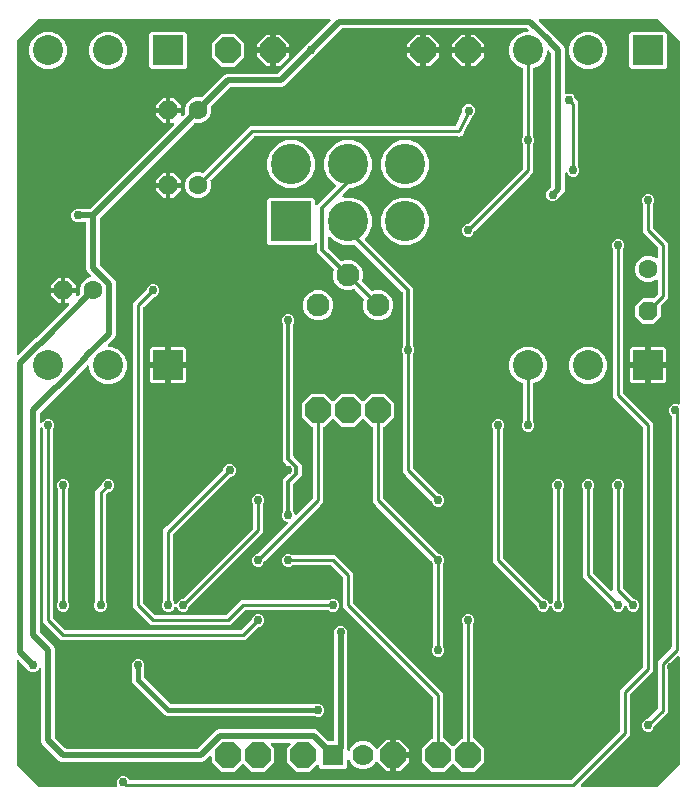
<source format=gbr>
G04 EAGLE Gerber RS-274X export*
G75*
%MOMM*%
%FSLAX34Y34*%
%LPD*%
%INBottom Copper*%
%IPPOS*%
%AMOC8*
5,1,8,0,0,1.08239X$1,22.5*%
G01*
%ADD10P,2.336880X8X22.500000*%
%ADD11P,1.732040X8X202.500000*%
%ADD12C,1.600200*%
%ADD13C,1.778000*%
%ADD14R,1.778000X1.778000*%
%ADD15R,2.540000X2.540000*%
%ADD16C,2.540000*%
%ADD17P,2.336880X8X202.500000*%
%ADD18R,3.416000X3.416000*%
%ADD19C,3.416000*%
%ADD20C,1.930400*%
%ADD21P,1.732040X8X292.500000*%
%ADD22C,0.508000*%
%ADD23C,0.756400*%
%ADD24C,0.254000*%
%ADD25C,0.406400*%
%ADD26C,0.304800*%

G36*
X95572Y214637D02*
X95572Y214637D01*
X95622Y214635D01*
X95729Y214657D01*
X95838Y214671D01*
X95885Y214689D01*
X95933Y214699D01*
X96032Y214747D01*
X96134Y214788D01*
X96174Y214817D01*
X96219Y214839D01*
X96302Y214910D01*
X96391Y214974D01*
X96423Y215013D01*
X96461Y215045D01*
X96524Y215135D01*
X96594Y215219D01*
X96615Y215264D01*
X96644Y215305D01*
X96683Y215408D01*
X96730Y215507D01*
X96739Y215556D01*
X96757Y215602D01*
X96769Y215712D01*
X96789Y215819D01*
X96786Y215869D01*
X96792Y215918D01*
X96776Y216027D01*
X96770Y216137D01*
X96754Y216184D01*
X96747Y216233D01*
X96695Y216386D01*
X96293Y217356D01*
X96293Y219468D01*
X97101Y221418D01*
X98594Y222911D01*
X100544Y223719D01*
X102656Y223719D01*
X104606Y222911D01*
X106099Y221418D01*
X106271Y221002D01*
X106286Y220977D01*
X106295Y220949D01*
X106364Y220839D01*
X106429Y220726D01*
X106449Y220705D01*
X106465Y220680D01*
X106560Y220591D01*
X106650Y220498D01*
X106675Y220482D01*
X106697Y220462D01*
X106810Y220399D01*
X106921Y220331D01*
X106949Y220323D01*
X106975Y220308D01*
X107101Y220276D01*
X107225Y220238D01*
X107254Y220236D01*
X107283Y220229D01*
X107444Y220219D01*
X480285Y220219D01*
X480384Y220231D01*
X480483Y220234D01*
X480541Y220251D01*
X480601Y220259D01*
X480693Y220295D01*
X480788Y220323D01*
X480840Y220353D01*
X480897Y220376D01*
X480977Y220434D01*
X481062Y220484D01*
X481137Y220550D01*
X481154Y220562D01*
X481162Y220572D01*
X481183Y220590D01*
X522134Y261541D01*
X522194Y261619D01*
X522262Y261692D01*
X522291Y261745D01*
X522328Y261792D01*
X522368Y261883D01*
X522416Y261970D01*
X522431Y262029D01*
X522455Y262084D01*
X522470Y262182D01*
X522495Y262278D01*
X522501Y262378D01*
X522505Y262398D01*
X522503Y262411D01*
X522505Y262439D01*
X522505Y296895D01*
X541410Y315800D01*
X541470Y315878D01*
X541538Y315950D01*
X541567Y316003D01*
X541604Y316051D01*
X541644Y316142D01*
X541692Y316229D01*
X541707Y316287D01*
X541731Y316343D01*
X541746Y316441D01*
X541771Y316537D01*
X541777Y316637D01*
X541781Y316657D01*
X541779Y316669D01*
X541781Y316697D01*
X541781Y518385D01*
X541769Y518484D01*
X541766Y518583D01*
X541749Y518641D01*
X541741Y518701D01*
X541705Y518793D01*
X541677Y518888D01*
X541647Y518940D01*
X541624Y518997D01*
X541566Y519077D01*
X541516Y519162D01*
X541450Y519237D01*
X541438Y519254D01*
X541428Y519262D01*
X541410Y519283D01*
X519283Y541410D01*
X516381Y544311D01*
X516381Y669407D01*
X516380Y669416D01*
X516381Y669425D01*
X516360Y669574D01*
X516341Y669722D01*
X516338Y669731D01*
X516337Y669740D01*
X516285Y669892D01*
X515393Y672044D01*
X515393Y674156D01*
X516201Y676106D01*
X517694Y677599D01*
X519644Y678407D01*
X521756Y678407D01*
X523706Y677599D01*
X525199Y676106D01*
X526007Y674156D01*
X526007Y672044D01*
X525115Y669892D01*
X525113Y669883D01*
X525108Y669875D01*
X525071Y669730D01*
X525031Y669586D01*
X525031Y669576D01*
X525029Y669567D01*
X525019Y669407D01*
X525019Y548415D01*
X525031Y548316D01*
X525034Y548217D01*
X525051Y548159D01*
X525059Y548099D01*
X525095Y548007D01*
X525123Y547912D01*
X525153Y547860D01*
X525176Y547803D01*
X525234Y547723D01*
X525284Y547638D01*
X525350Y547563D01*
X525362Y547546D01*
X525372Y547538D01*
X525390Y547517D01*
X547517Y525390D01*
X550419Y522489D01*
X550419Y312594D01*
X531514Y293689D01*
X531454Y293611D01*
X531386Y293539D01*
X531357Y293486D01*
X531320Y293438D01*
X531280Y293347D01*
X531232Y293261D01*
X531217Y293202D01*
X531193Y293146D01*
X531178Y293048D01*
X531153Y292953D01*
X531147Y292853D01*
X531143Y292832D01*
X531145Y292820D01*
X531143Y292792D01*
X531143Y258335D01*
X528241Y255434D01*
X489605Y216797D01*
X489520Y216688D01*
X489431Y216581D01*
X489423Y216562D01*
X489410Y216546D01*
X489355Y216418D01*
X489296Y216293D01*
X489292Y216273D01*
X489284Y216254D01*
X489262Y216116D01*
X489236Y215980D01*
X489237Y215960D01*
X489234Y215940D01*
X489247Y215801D01*
X489256Y215663D01*
X489262Y215644D01*
X489264Y215624D01*
X489311Y215492D01*
X489354Y215361D01*
X489364Y215343D01*
X489371Y215324D01*
X489449Y215209D01*
X489524Y215092D01*
X489539Y215078D01*
X489550Y215061D01*
X489654Y214969D01*
X489755Y214874D01*
X489773Y214864D01*
X489788Y214851D01*
X489912Y214787D01*
X490034Y214720D01*
X490054Y214715D01*
X490072Y214706D01*
X490207Y214676D01*
X490342Y214641D01*
X490370Y214639D01*
X490382Y214636D01*
X490402Y214637D01*
X490503Y214631D01*
X553539Y214631D01*
X553638Y214643D01*
X553737Y214646D01*
X553795Y214663D01*
X553855Y214671D01*
X553947Y214707D01*
X554042Y214735D01*
X554094Y214765D01*
X554151Y214788D01*
X554231Y214846D01*
X554316Y214896D01*
X554392Y214962D01*
X554408Y214974D01*
X554416Y214984D01*
X554437Y215002D01*
X572398Y232963D01*
X572458Y233041D01*
X572526Y233113D01*
X572555Y233166D01*
X572592Y233214D01*
X572632Y233305D01*
X572680Y233392D01*
X572695Y233450D01*
X572719Y233506D01*
X572734Y233604D01*
X572759Y233700D01*
X572765Y233800D01*
X572769Y233820D01*
X572767Y233833D01*
X572769Y233861D01*
X572769Y323977D01*
X572752Y324115D01*
X572739Y324254D01*
X572732Y324273D01*
X572729Y324293D01*
X572678Y324422D01*
X572631Y324553D01*
X572620Y324570D01*
X572612Y324589D01*
X572531Y324701D01*
X572453Y324816D01*
X572437Y324830D01*
X572426Y324846D01*
X572318Y324934D01*
X572214Y325027D01*
X572196Y325036D01*
X572181Y325049D01*
X572055Y325108D01*
X571931Y325171D01*
X571911Y325176D01*
X571893Y325184D01*
X571757Y325210D01*
X571621Y325241D01*
X571600Y325240D01*
X571581Y325244D01*
X571442Y325235D01*
X571303Y325231D01*
X571283Y325225D01*
X571263Y325224D01*
X571131Y325181D01*
X570997Y325143D01*
X570980Y325132D01*
X570961Y325126D01*
X570843Y325052D01*
X570723Y324981D01*
X570702Y324963D01*
X570692Y324956D01*
X570678Y324941D01*
X570603Y324875D01*
X563264Y317537D01*
X563204Y317458D01*
X563136Y317386D01*
X563107Y317333D01*
X563070Y317285D01*
X563030Y317194D01*
X562982Y317108D01*
X562967Y317049D01*
X562943Y316994D01*
X562928Y316896D01*
X562903Y316800D01*
X562897Y316700D01*
X562893Y316680D01*
X562895Y316667D01*
X562893Y316639D01*
X562893Y277385D01*
X559991Y274484D01*
X551765Y266258D01*
X551760Y266250D01*
X551752Y266245D01*
X551662Y266125D01*
X551570Y266006D01*
X551567Y265998D01*
X551561Y265990D01*
X551490Y265846D01*
X550599Y263694D01*
X549106Y262201D01*
X547156Y261393D01*
X545044Y261393D01*
X543094Y262201D01*
X541601Y263694D01*
X540793Y265644D01*
X540793Y267756D01*
X541601Y269706D01*
X543094Y271199D01*
X545246Y272090D01*
X545254Y272095D01*
X545263Y272097D01*
X545391Y272173D01*
X545522Y272248D01*
X545529Y272254D01*
X545537Y272259D01*
X545658Y272365D01*
X553884Y280591D01*
X553944Y280669D01*
X554012Y280742D01*
X554041Y280795D01*
X554078Y280842D01*
X554118Y280933D01*
X554166Y281020D01*
X554181Y281079D01*
X554205Y281134D01*
X554220Y281232D01*
X554245Y281328D01*
X554251Y281428D01*
X554255Y281448D01*
X554253Y281461D01*
X554255Y281489D01*
X554255Y320743D01*
X565568Y332055D01*
X565628Y332133D01*
X565696Y332205D01*
X565725Y332258D01*
X565762Y332306D01*
X565802Y332397D01*
X565850Y332484D01*
X565865Y332542D01*
X565889Y332598D01*
X565904Y332696D01*
X565929Y332792D01*
X565935Y332892D01*
X565939Y332912D01*
X565937Y332925D01*
X565939Y332953D01*
X565939Y528418D01*
X565927Y528516D01*
X565924Y528615D01*
X565907Y528674D01*
X565899Y528734D01*
X565863Y528826D01*
X565835Y528921D01*
X565805Y528973D01*
X565782Y529029D01*
X565724Y529109D01*
X565674Y529195D01*
X565608Y529270D01*
X565596Y529287D01*
X565586Y529294D01*
X565568Y529316D01*
X564489Y530394D01*
X563681Y532344D01*
X563681Y534456D01*
X564489Y536406D01*
X565982Y537899D01*
X567932Y538707D01*
X570044Y538707D01*
X571014Y538305D01*
X571062Y538291D01*
X571107Y538270D01*
X571215Y538250D01*
X571321Y538221D01*
X571371Y538220D01*
X571420Y538211D01*
X571529Y538217D01*
X571639Y538216D01*
X571687Y538227D01*
X571737Y538230D01*
X571841Y538264D01*
X571948Y538290D01*
X571992Y538313D01*
X572039Y538328D01*
X572132Y538387D01*
X572229Y538439D01*
X572266Y538472D01*
X572308Y538499D01*
X572383Y538579D01*
X572465Y538652D01*
X572492Y538694D01*
X572526Y538730D01*
X572579Y538826D01*
X572639Y538918D01*
X572656Y538965D01*
X572680Y539009D01*
X572707Y539115D01*
X572743Y539219D01*
X572747Y539269D01*
X572759Y539317D01*
X572769Y539477D01*
X572769Y845639D01*
X572757Y845738D01*
X572754Y845837D01*
X572737Y845895D01*
X572729Y845955D01*
X572693Y846047D01*
X572665Y846142D01*
X572635Y846194D01*
X572612Y846251D01*
X572554Y846331D01*
X572504Y846416D01*
X572438Y846492D01*
X572426Y846508D01*
X572416Y846516D01*
X572398Y846537D01*
X554437Y864498D01*
X554359Y864558D01*
X554287Y864626D01*
X554234Y864655D01*
X554186Y864692D01*
X554095Y864732D01*
X554008Y864780D01*
X553950Y864795D01*
X553894Y864819D01*
X553796Y864834D01*
X553700Y864859D01*
X553600Y864865D01*
X553580Y864869D01*
X553567Y864867D01*
X553539Y864869D01*
X454662Y864869D01*
X454524Y864852D01*
X454385Y864839D01*
X454366Y864832D01*
X454346Y864829D01*
X454217Y864778D01*
X454086Y864731D01*
X454069Y864720D01*
X454051Y864712D01*
X453938Y864631D01*
X453823Y864553D01*
X453810Y864537D01*
X453793Y864526D01*
X453705Y864418D01*
X453613Y864314D01*
X453603Y864296D01*
X453590Y864281D01*
X453531Y864155D01*
X453468Y864031D01*
X453464Y864011D01*
X453455Y863993D01*
X453429Y863857D01*
X453398Y863721D01*
X453399Y863700D01*
X453395Y863681D01*
X453404Y863542D01*
X453408Y863403D01*
X453414Y863383D01*
X453415Y863363D01*
X453458Y863231D01*
X453496Y863097D01*
X453507Y863080D01*
X453513Y863061D01*
X453587Y862943D01*
X453658Y862823D01*
X453676Y862802D01*
X453683Y862792D01*
X453698Y862778D01*
X453764Y862703D01*
X467526Y848941D01*
X467757Y848384D01*
X467761Y848375D01*
X467764Y848366D01*
X467840Y848238D01*
X467914Y848107D01*
X467921Y848101D01*
X467926Y848093D01*
X468032Y847972D01*
X472887Y843116D01*
X474638Y841366D01*
X475489Y839312D01*
X475489Y802386D01*
X475495Y802337D01*
X475493Y802287D01*
X475515Y802180D01*
X475529Y802071D01*
X475547Y802025D01*
X475557Y801976D01*
X475605Y801877D01*
X475646Y801775D01*
X475675Y801735D01*
X475697Y801690D01*
X475768Y801607D01*
X475832Y801518D01*
X475871Y801486D01*
X475903Y801448D01*
X475993Y801385D01*
X476077Y801315D01*
X476122Y801294D01*
X476163Y801265D01*
X476266Y801226D01*
X476365Y801179D01*
X476414Y801170D01*
X476460Y801152D01*
X476570Y801140D01*
X476677Y801120D01*
X476727Y801123D01*
X476776Y801117D01*
X476885Y801133D01*
X476995Y801139D01*
X477042Y801155D01*
X477091Y801162D01*
X477244Y801214D01*
X478168Y801597D01*
X480280Y801597D01*
X482230Y800789D01*
X483723Y799296D01*
X484614Y797144D01*
X484619Y797136D01*
X484621Y797127D01*
X484697Y796999D01*
X484772Y796868D01*
X484778Y796861D01*
X484783Y796853D01*
X484889Y796732D01*
X486919Y794703D01*
X486919Y740293D01*
X486920Y740284D01*
X486919Y740275D01*
X486940Y740126D01*
X486959Y739978D01*
X486962Y739969D01*
X486963Y739960D01*
X487015Y739808D01*
X487907Y737656D01*
X487907Y735544D01*
X487099Y733594D01*
X485606Y732101D01*
X483656Y731293D01*
X481544Y731293D01*
X479594Y732101D01*
X478101Y733594D01*
X477931Y734006D01*
X477896Y734066D01*
X477870Y734131D01*
X477818Y734204D01*
X477773Y734282D01*
X477725Y734332D01*
X477684Y734389D01*
X477614Y734446D01*
X477552Y734510D01*
X477492Y734547D01*
X477439Y734591D01*
X477357Y734630D01*
X477281Y734677D01*
X477214Y734697D01*
X477151Y734727D01*
X477063Y734744D01*
X476977Y734770D01*
X476907Y734774D01*
X476838Y734787D01*
X476749Y734781D01*
X476659Y734785D01*
X476591Y734771D01*
X476521Y734767D01*
X476436Y734739D01*
X476348Y734721D01*
X476285Y734690D01*
X476219Y734669D01*
X476143Y734621D01*
X476062Y734581D01*
X476009Y734536D01*
X475950Y734499D01*
X475888Y734433D01*
X475820Y734375D01*
X475780Y734318D01*
X475732Y734267D01*
X475689Y734188D01*
X475637Y734115D01*
X475612Y734050D01*
X475578Y733989D01*
X475556Y733902D01*
X475524Y733818D01*
X475516Y733748D01*
X475499Y733681D01*
X475489Y733520D01*
X475489Y719388D01*
X474638Y717334D01*
X468416Y711112D01*
X466362Y710261D01*
X464138Y710261D01*
X462084Y711112D01*
X460512Y712684D01*
X459661Y714738D01*
X459661Y716962D01*
X460512Y719016D01*
X463940Y722443D01*
X464000Y722521D01*
X464068Y722593D01*
X464097Y722646D01*
X464134Y722694D01*
X464174Y722785D01*
X464222Y722872D01*
X464237Y722930D01*
X464261Y722986D01*
X464276Y723084D01*
X464301Y723180D01*
X464307Y723280D01*
X464311Y723300D01*
X464309Y723313D01*
X464311Y723341D01*
X464311Y835359D01*
X464299Y835458D01*
X464296Y835557D01*
X464279Y835615D01*
X464271Y835675D01*
X464235Y835767D01*
X464207Y835862D01*
X464177Y835914D01*
X464154Y835971D01*
X464096Y836051D01*
X464046Y836136D01*
X463980Y836211D01*
X463968Y836228D01*
X463958Y836236D01*
X463940Y836257D01*
X462415Y837781D01*
X462306Y837866D01*
X462199Y837955D01*
X462180Y837963D01*
X462164Y837976D01*
X462037Y838031D01*
X461911Y838090D01*
X461891Y838094D01*
X461872Y838102D01*
X461734Y838124D01*
X461598Y838150D01*
X461578Y838149D01*
X461558Y838152D01*
X461419Y838139D01*
X461281Y838130D01*
X461262Y838124D01*
X461242Y838122D01*
X461110Y838075D01*
X460979Y838032D01*
X460961Y838021D01*
X460942Y838015D01*
X460827Y837937D01*
X460710Y837862D01*
X460696Y837847D01*
X460679Y837836D01*
X460587Y837732D01*
X460492Y837631D01*
X460482Y837613D01*
X460469Y837598D01*
X460405Y837473D01*
X460338Y837352D01*
X460333Y837332D01*
X460324Y837314D01*
X460294Y837179D01*
X460259Y837044D01*
X460257Y837016D01*
X460254Y837004D01*
X460255Y836984D01*
X460249Y836883D01*
X460249Y835067D01*
X457851Y829279D01*
X453421Y824849D01*
X449602Y823267D01*
X449577Y823252D01*
X449549Y823243D01*
X449439Y823174D01*
X449326Y823110D01*
X449305Y823089D01*
X449280Y823073D01*
X449191Y822979D01*
X449098Y822888D01*
X449082Y822863D01*
X449062Y822842D01*
X448999Y822728D01*
X448931Y822617D01*
X448923Y822589D01*
X448908Y822563D01*
X448876Y822437D01*
X448838Y822313D01*
X448836Y822284D01*
X448829Y822255D01*
X448819Y822094D01*
X448819Y765693D01*
X448820Y765684D01*
X448819Y765675D01*
X448840Y765525D01*
X448859Y765378D01*
X448862Y765369D01*
X448863Y765360D01*
X448915Y765208D01*
X449807Y763056D01*
X449807Y760944D01*
X448915Y758792D01*
X448913Y758783D01*
X448908Y758775D01*
X448871Y758630D01*
X448831Y758486D01*
X448831Y758476D01*
X448829Y758467D01*
X448819Y758307D01*
X448819Y734811D01*
X445917Y731910D01*
X399365Y685358D01*
X399360Y685350D01*
X399352Y685345D01*
X399262Y685225D01*
X399170Y685106D01*
X399167Y685098D01*
X399161Y685090D01*
X399090Y684946D01*
X398199Y682794D01*
X396706Y681301D01*
X394756Y680493D01*
X392644Y680493D01*
X390694Y681301D01*
X389201Y682794D01*
X388393Y684744D01*
X388393Y686856D01*
X389201Y688806D01*
X390694Y690299D01*
X392846Y691190D01*
X392854Y691195D01*
X392863Y691197D01*
X392992Y691274D01*
X393122Y691348D01*
X393129Y691354D01*
X393137Y691359D01*
X393258Y691465D01*
X439810Y738017D01*
X439870Y738095D01*
X439938Y738168D01*
X439967Y738221D01*
X440004Y738268D01*
X440044Y738359D01*
X440092Y738446D01*
X440107Y738505D01*
X440131Y738560D01*
X440146Y738658D01*
X440171Y738754D01*
X440177Y738854D01*
X440181Y738874D01*
X440179Y738887D01*
X440181Y738915D01*
X440181Y758307D01*
X440180Y758316D01*
X440181Y758325D01*
X440160Y758474D01*
X440141Y758622D01*
X440138Y758631D01*
X440137Y758640D01*
X440085Y758792D01*
X439193Y760944D01*
X439193Y763056D01*
X440085Y765208D01*
X440087Y765217D01*
X440092Y765225D01*
X440129Y765370D01*
X440169Y765514D01*
X440169Y765524D01*
X440171Y765533D01*
X440181Y765693D01*
X440181Y822094D01*
X440178Y822124D01*
X440180Y822153D01*
X440158Y822281D01*
X440141Y822410D01*
X440131Y822437D01*
X440126Y822467D01*
X440072Y822585D01*
X440024Y822706D01*
X440007Y822730D01*
X439995Y822757D01*
X439914Y822858D01*
X439838Y822963D01*
X439815Y822982D01*
X439796Y823005D01*
X439693Y823083D01*
X439593Y823166D01*
X439566Y823178D01*
X439542Y823196D01*
X439398Y823267D01*
X435579Y824849D01*
X431149Y829279D01*
X428751Y835067D01*
X428751Y841333D01*
X431149Y847121D01*
X435579Y851551D01*
X441367Y853949D01*
X443647Y853949D01*
X443784Y853966D01*
X443923Y853979D01*
X443942Y853986D01*
X443962Y853989D01*
X444091Y854040D01*
X444222Y854087D01*
X444239Y854098D01*
X444258Y854106D01*
X444370Y854187D01*
X444485Y854265D01*
X444499Y854281D01*
X444515Y854292D01*
X444604Y854400D01*
X444696Y854504D01*
X444705Y854522D01*
X444718Y854537D01*
X444777Y854663D01*
X444840Y854787D01*
X444845Y854807D01*
X444853Y854825D01*
X444880Y854962D01*
X444910Y855097D01*
X444909Y855118D01*
X444913Y855137D01*
X444905Y855276D01*
X444900Y855415D01*
X444895Y855435D01*
X444894Y855455D01*
X444851Y855587D01*
X444812Y855721D01*
X444802Y855738D01*
X444795Y855757D01*
X444721Y855875D01*
X444650Y855995D01*
X444632Y856016D01*
X444625Y856026D01*
X444610Y856040D01*
X444544Y856116D01*
X444290Y856370D01*
X444212Y856430D01*
X444140Y856498D01*
X444087Y856527D01*
X444039Y856564D01*
X443948Y856604D01*
X443861Y856652D01*
X443803Y856667D01*
X443747Y856691D01*
X443649Y856706D01*
X443553Y856731D01*
X443453Y856737D01*
X443433Y856741D01*
X443420Y856739D01*
X443393Y856741D01*
X287321Y856741D01*
X287222Y856729D01*
X287123Y856726D01*
X287065Y856709D01*
X287005Y856701D01*
X286913Y856665D01*
X286818Y856637D01*
X286766Y856607D01*
X286709Y856584D01*
X286629Y856526D01*
X286544Y856476D01*
X286469Y856410D01*
X286452Y856398D01*
X286444Y856388D01*
X286423Y856370D01*
X238116Y808062D01*
X236062Y807211D01*
X193341Y807211D01*
X193242Y807199D01*
X193143Y807196D01*
X193085Y807179D01*
X193025Y807171D01*
X192933Y807135D01*
X192838Y807107D01*
X192786Y807077D01*
X192729Y807054D01*
X192649Y806996D01*
X192564Y806946D01*
X192489Y806880D01*
X192472Y806868D01*
X192464Y806858D01*
X192443Y806840D01*
X176472Y790868D01*
X176454Y790845D01*
X176431Y790826D01*
X176356Y790720D01*
X176277Y790617D01*
X176265Y790590D01*
X176248Y790565D01*
X176202Y790444D01*
X176150Y790325D01*
X176146Y790296D01*
X176135Y790268D01*
X176121Y790139D01*
X176101Y790011D01*
X176103Y789981D01*
X176100Y789952D01*
X176118Y789824D01*
X176130Y789694D01*
X176140Y789666D01*
X176145Y789637D01*
X176150Y789622D01*
X176150Y785202D01*
X174468Y781141D01*
X171359Y778032D01*
X167298Y776350D01*
X162846Y776350D01*
X162834Y776353D01*
X162708Y776387D01*
X162679Y776388D01*
X162650Y776394D01*
X162520Y776390D01*
X162391Y776392D01*
X162362Y776386D01*
X162332Y776385D01*
X162208Y776349D01*
X162081Y776318D01*
X162055Y776304D01*
X162027Y776296D01*
X161915Y776230D01*
X161800Y776170D01*
X161778Y776150D01*
X161753Y776135D01*
X161632Y776028D01*
X82160Y696557D01*
X82100Y696479D01*
X82032Y696406D01*
X82007Y696360D01*
X82004Y696357D01*
X82001Y696351D01*
X81966Y696306D01*
X81926Y696215D01*
X81878Y696128D01*
X81863Y696069D01*
X81839Y696014D01*
X81824Y695916D01*
X81799Y695820D01*
X81793Y695720D01*
X81789Y695700D01*
X81791Y695687D01*
X81789Y695659D01*
X81789Y657058D01*
X81801Y656960D01*
X81804Y656861D01*
X81821Y656803D01*
X81829Y656743D01*
X81865Y656651D01*
X81893Y656556D01*
X81923Y656504D01*
X81946Y656447D01*
X82004Y656367D01*
X82054Y656282D01*
X82120Y656206D01*
X82132Y656190D01*
X82142Y656182D01*
X82160Y656161D01*
X94527Y643794D01*
X95378Y641740D01*
X95378Y597140D01*
X94527Y595086D01*
X88856Y589415D01*
X88771Y589306D01*
X88682Y589199D01*
X88673Y589180D01*
X88661Y589164D01*
X88606Y589036D01*
X88547Y588911D01*
X88543Y588891D01*
X88535Y588872D01*
X88513Y588734D01*
X88487Y588598D01*
X88488Y588578D01*
X88485Y588558D01*
X88498Y588419D01*
X88506Y588281D01*
X88513Y588262D01*
X88515Y588242D01*
X88562Y588110D01*
X88605Y587979D01*
X88615Y587961D01*
X88622Y587942D01*
X88700Y587827D01*
X88775Y587710D01*
X88789Y587696D01*
X88801Y587679D01*
X88905Y587587D01*
X89006Y587492D01*
X89024Y587482D01*
X89039Y587469D01*
X89163Y587405D01*
X89285Y587338D01*
X89304Y587333D01*
X89322Y587324D01*
X89458Y587294D01*
X89593Y587259D01*
X89621Y587257D01*
X89633Y587254D01*
X89653Y587255D01*
X89753Y587249D01*
X92033Y587249D01*
X97821Y584851D01*
X102251Y580421D01*
X104649Y574633D01*
X104649Y568367D01*
X102251Y562579D01*
X97821Y558149D01*
X92033Y555751D01*
X85767Y555751D01*
X79979Y558149D01*
X75549Y562579D01*
X73151Y568367D01*
X73151Y570183D01*
X73134Y570321D01*
X73121Y570460D01*
X73114Y570479D01*
X73111Y570499D01*
X73060Y570628D01*
X73013Y570759D01*
X73002Y570776D01*
X72994Y570795D01*
X72913Y570907D01*
X72835Y571022D01*
X72819Y571036D01*
X72808Y571052D01*
X72700Y571141D01*
X72596Y571233D01*
X72578Y571242D01*
X72563Y571255D01*
X72437Y571314D01*
X72313Y571377D01*
X72293Y571382D01*
X72275Y571390D01*
X72139Y571416D01*
X72003Y571447D01*
X71982Y571446D01*
X71963Y571450D01*
X71824Y571441D01*
X71685Y571437D01*
X71665Y571432D01*
X71645Y571430D01*
X71513Y571388D01*
X71379Y571349D01*
X71362Y571339D01*
X71343Y571332D01*
X71225Y571258D01*
X71105Y571187D01*
X71084Y571169D01*
X71074Y571162D01*
X71060Y571147D01*
X70985Y571081D01*
X61632Y561728D01*
X61626Y561721D01*
X61619Y561715D01*
X61529Y561596D01*
X61437Y561477D01*
X61433Y561468D01*
X61428Y561461D01*
X61357Y561317D01*
X61126Y560759D01*
X48841Y548474D01*
X48283Y548243D01*
X48275Y548239D01*
X48266Y548236D01*
X48137Y548160D01*
X48007Y548086D01*
X48001Y548079D01*
X47993Y548074D01*
X47872Y547968D01*
X31360Y531457D01*
X31300Y531379D01*
X31232Y531306D01*
X31203Y531253D01*
X31166Y531206D01*
X31126Y531115D01*
X31078Y531028D01*
X31063Y530969D01*
X31039Y530914D01*
X31024Y530816D01*
X30999Y530720D01*
X30993Y530620D01*
X30989Y530600D01*
X30991Y530587D01*
X30989Y530559D01*
X30989Y523780D01*
X30997Y523711D01*
X30996Y523641D01*
X31017Y523554D01*
X31029Y523464D01*
X31054Y523400D01*
X31071Y523332D01*
X31113Y523252D01*
X31146Y523169D01*
X31187Y523112D01*
X31219Y523051D01*
X31280Y522984D01*
X31332Y522911D01*
X31386Y522867D01*
X31433Y522815D01*
X31508Y522766D01*
X31577Y522709D01*
X31641Y522679D01*
X31699Y522641D01*
X31784Y522611D01*
X31865Y522573D01*
X31934Y522560D01*
X32000Y522537D01*
X32089Y522530D01*
X32177Y522513D01*
X32247Y522518D01*
X32317Y522512D01*
X32405Y522527D01*
X32495Y522533D01*
X32561Y522555D01*
X32630Y522567D01*
X32712Y522603D01*
X32797Y522631D01*
X32856Y522668D01*
X32920Y522697D01*
X32990Y522753D01*
X33066Y522801D01*
X33114Y522852D01*
X33168Y522896D01*
X33223Y522967D01*
X33284Y523033D01*
X33318Y523094D01*
X33360Y523150D01*
X33431Y523294D01*
X33601Y523706D01*
X35094Y525199D01*
X37044Y526007D01*
X39156Y526007D01*
X41106Y525199D01*
X42599Y523706D01*
X43407Y521756D01*
X43407Y519644D01*
X42515Y517492D01*
X42513Y517483D01*
X42508Y517475D01*
X42471Y517330D01*
X42431Y517186D01*
X42431Y517176D01*
X42429Y517167D01*
X42419Y517007D01*
X42419Y357915D01*
X42431Y357816D01*
X42434Y357717D01*
X42451Y357659D01*
X42459Y357599D01*
X42495Y357507D01*
X42523Y357412D01*
X42553Y357360D01*
X42576Y357303D01*
X42634Y357223D01*
X42684Y357138D01*
X42750Y357063D01*
X42762Y357046D01*
X42772Y357038D01*
X42790Y357017D01*
X52217Y347590D01*
X52295Y347530D01*
X52367Y347462D01*
X52420Y347433D01*
X52468Y347396D01*
X52559Y347356D01*
X52646Y347308D01*
X52705Y347293D01*
X52760Y347269D01*
X52858Y347254D01*
X52954Y347229D01*
X53054Y347223D01*
X53074Y347219D01*
X53087Y347221D01*
X53115Y347219D01*
X200885Y347219D01*
X200984Y347231D01*
X201083Y347234D01*
X201141Y347251D01*
X201201Y347259D01*
X201293Y347295D01*
X201388Y347323D01*
X201440Y347353D01*
X201497Y347376D01*
X201577Y347434D01*
X201662Y347484D01*
X201737Y347550D01*
X201754Y347562D01*
X201762Y347572D01*
X201783Y347590D01*
X210235Y356042D01*
X210240Y356050D01*
X210248Y356055D01*
X210338Y356175D01*
X210430Y356294D01*
X210433Y356302D01*
X210439Y356310D01*
X210510Y356454D01*
X211401Y358606D01*
X212894Y360099D01*
X214844Y360907D01*
X216956Y360907D01*
X218906Y360099D01*
X220399Y358606D01*
X221207Y356656D01*
X221207Y354544D01*
X220399Y352594D01*
X218906Y351101D01*
X216754Y350210D01*
X216746Y350205D01*
X216737Y350203D01*
X216609Y350127D01*
X216478Y350052D01*
X216471Y350046D01*
X216463Y350041D01*
X216342Y349935D01*
X204989Y338581D01*
X49011Y338581D01*
X46110Y341483D01*
X36683Y350910D01*
X33781Y353811D01*
X33781Y517007D01*
X33780Y517016D01*
X33781Y517025D01*
X33760Y517174D01*
X33741Y517322D01*
X33738Y517331D01*
X33737Y517340D01*
X33685Y517492D01*
X33431Y518106D01*
X33396Y518166D01*
X33370Y518231D01*
X33318Y518304D01*
X33273Y518382D01*
X33225Y518432D01*
X33184Y518489D01*
X33114Y518546D01*
X33052Y518610D01*
X32992Y518647D01*
X32939Y518691D01*
X32857Y518730D01*
X32781Y518777D01*
X32714Y518797D01*
X32651Y518827D01*
X32563Y518844D01*
X32477Y518870D01*
X32407Y518874D01*
X32338Y518887D01*
X32249Y518881D01*
X32159Y518885D01*
X32091Y518871D01*
X32021Y518867D01*
X31936Y518839D01*
X31848Y518821D01*
X31785Y518790D01*
X31719Y518769D01*
X31643Y518721D01*
X31562Y518681D01*
X31509Y518636D01*
X31450Y518599D01*
X31388Y518533D01*
X31320Y518475D01*
X31280Y518418D01*
X31232Y518367D01*
X31189Y518288D01*
X31137Y518215D01*
X31112Y518150D01*
X31078Y518089D01*
X31056Y518002D01*
X31024Y517918D01*
X31016Y517848D01*
X30999Y517781D01*
X30989Y517620D01*
X30989Y345741D01*
X31001Y345642D01*
X31004Y345543D01*
X31021Y345485D01*
X31029Y345425D01*
X31065Y345333D01*
X31093Y345238D01*
X31123Y345186D01*
X31146Y345129D01*
X31204Y345049D01*
X31254Y344964D01*
X31320Y344889D01*
X31332Y344872D01*
X31342Y344864D01*
X31360Y344843D01*
X41087Y335116D01*
X42838Y333366D01*
X43689Y331312D01*
X43689Y256841D01*
X43701Y256742D01*
X43704Y256643D01*
X43721Y256585D01*
X43729Y256525D01*
X43765Y256433D01*
X43793Y256338D01*
X43823Y256286D01*
X43846Y256229D01*
X43904Y256149D01*
X43954Y256064D01*
X44020Y255989D01*
X44032Y255972D01*
X44042Y255964D01*
X44060Y255943D01*
X52743Y247260D01*
X52821Y247200D01*
X52894Y247132D01*
X52947Y247103D01*
X52994Y247066D01*
X53085Y247026D01*
X53172Y246978D01*
X53231Y246963D01*
X53286Y246939D01*
X53384Y246924D01*
X53480Y246899D01*
X53580Y246893D01*
X53600Y246889D01*
X53613Y246891D01*
X53641Y246889D01*
X164490Y246889D01*
X164588Y246901D01*
X164687Y246904D01*
X164746Y246921D01*
X164806Y246929D01*
X164898Y246965D01*
X164993Y246993D01*
X165045Y247023D01*
X165101Y247046D01*
X165182Y247104D01*
X165267Y247154D01*
X165342Y247220D01*
X165359Y247232D01*
X165367Y247242D01*
X165388Y247260D01*
X180548Y262421D01*
X182602Y263272D01*
X264129Y263272D01*
X266183Y262421D01*
X274993Y253610D01*
X275071Y253550D01*
X275144Y253482D01*
X275197Y253453D01*
X275244Y253416D01*
X275335Y253376D01*
X275422Y253328D01*
X275481Y253313D01*
X275536Y253289D01*
X275634Y253274D01*
X275730Y253249D01*
X275830Y253243D01*
X275850Y253239D01*
X275863Y253241D01*
X275891Y253239D01*
X278892Y253239D01*
X279010Y253254D01*
X279129Y253261D01*
X279167Y253274D01*
X279208Y253279D01*
X279318Y253322D01*
X279431Y253359D01*
X279466Y253381D01*
X279503Y253396D01*
X279599Y253465D01*
X279700Y253529D01*
X279728Y253559D01*
X279761Y253582D01*
X279837Y253674D01*
X279918Y253761D01*
X279938Y253796D01*
X279963Y253827D01*
X280014Y253935D01*
X280072Y254039D01*
X280082Y254079D01*
X280099Y254115D01*
X280121Y254232D01*
X280151Y254347D01*
X280155Y254407D01*
X280159Y254427D01*
X280157Y254448D01*
X280161Y254508D01*
X280161Y346552D01*
X281012Y348606D01*
X282584Y350178D01*
X284638Y351029D01*
X286862Y351029D01*
X288916Y350178D01*
X290488Y348606D01*
X291339Y346552D01*
X291339Y246380D01*
X291347Y246311D01*
X291346Y246241D01*
X291367Y246154D01*
X291379Y246064D01*
X291404Y246000D01*
X291421Y245932D01*
X291463Y245852D01*
X291496Y245769D01*
X291537Y245712D01*
X291569Y245651D01*
X291630Y245584D01*
X291682Y245511D01*
X291736Y245467D01*
X291783Y245415D01*
X291858Y245366D01*
X291927Y245309D01*
X291991Y245279D01*
X292049Y245241D01*
X292134Y245211D01*
X292215Y245173D01*
X292284Y245160D01*
X292350Y245137D01*
X292439Y245130D01*
X292527Y245113D01*
X292597Y245118D01*
X292667Y245112D01*
X292755Y245127D01*
X292845Y245133D01*
X292911Y245155D01*
X292980Y245166D01*
X293062Y245203D01*
X293147Y245231D01*
X293206Y245268D01*
X293270Y245297D01*
X293340Y245353D01*
X293416Y245401D01*
X293464Y245452D01*
X293518Y245496D01*
X293573Y245567D01*
X293634Y245633D01*
X293668Y245694D01*
X293710Y245750D01*
X293781Y245894D01*
X294679Y248063D01*
X298037Y251421D01*
X302425Y253239D01*
X307175Y253239D01*
X311563Y251421D01*
X314921Y248063D01*
X315126Y247568D01*
X315151Y247525D01*
X315168Y247478D01*
X315229Y247387D01*
X315284Y247291D01*
X315318Y247256D01*
X315346Y247215D01*
X315429Y247142D01*
X315505Y247063D01*
X315547Y247037D01*
X315585Y247004D01*
X315682Y246954D01*
X315776Y246897D01*
X315824Y246882D01*
X315868Y246860D01*
X315975Y246836D01*
X316080Y246803D01*
X316130Y246801D01*
X316178Y246790D01*
X316288Y246793D01*
X316398Y246788D01*
X316446Y246798D01*
X316496Y246800D01*
X316602Y246830D01*
X316709Y246852D01*
X316754Y246874D01*
X316802Y246888D01*
X316896Y246944D01*
X316995Y246992D01*
X317033Y247024D01*
X317076Y247050D01*
X317196Y247156D01*
X324676Y254636D01*
X327661Y254636D01*
X327661Y242570D01*
X327676Y242452D01*
X327683Y242333D01*
X327696Y242295D01*
X327701Y242255D01*
X327744Y242144D01*
X327781Y242031D01*
X327803Y241997D01*
X327818Y241959D01*
X327888Y241863D01*
X327951Y241762D01*
X327981Y241734D01*
X328004Y241702D01*
X328096Y241626D01*
X328183Y241544D01*
X328218Y241525D01*
X328249Y241499D01*
X328357Y241448D01*
X328461Y241391D01*
X328501Y241380D01*
X328537Y241363D01*
X328654Y241341D01*
X328769Y241311D01*
X328830Y241307D01*
X328850Y241303D01*
X328870Y241305D01*
X328930Y241301D01*
X330201Y241301D01*
X330201Y241299D01*
X328930Y241299D01*
X328812Y241284D01*
X328693Y241277D01*
X328655Y241264D01*
X328614Y241259D01*
X328504Y241215D01*
X328391Y241179D01*
X328356Y241157D01*
X328319Y241142D01*
X328223Y241072D01*
X328122Y241009D01*
X328094Y240979D01*
X328061Y240955D01*
X327986Y240864D01*
X327904Y240777D01*
X327884Y240742D01*
X327859Y240710D01*
X327808Y240603D01*
X327750Y240498D01*
X327740Y240459D01*
X327723Y240423D01*
X327701Y240306D01*
X327671Y240191D01*
X327667Y240130D01*
X327663Y240110D01*
X327664Y240100D01*
X327663Y240096D01*
X327664Y240083D01*
X327661Y240030D01*
X327661Y227964D01*
X324676Y227964D01*
X317196Y235444D01*
X317157Y235475D01*
X317124Y235511D01*
X317032Y235572D01*
X316945Y235639D01*
X316899Y235659D01*
X316858Y235686D01*
X316754Y235722D01*
X316653Y235765D01*
X316604Y235773D01*
X316557Y235789D01*
X316448Y235798D01*
X316339Y235815D01*
X316290Y235811D01*
X316240Y235814D01*
X316132Y235796D01*
X316023Y235785D01*
X315976Y235769D01*
X315927Y235760D01*
X315827Y235715D01*
X315723Y235678D01*
X315682Y235650D01*
X315637Y235629D01*
X315551Y235561D01*
X315460Y235499D01*
X315427Y235462D01*
X315388Y235431D01*
X315322Y235343D01*
X315250Y235261D01*
X315227Y235216D01*
X315197Y235177D01*
X315126Y235032D01*
X314921Y234537D01*
X311563Y231179D01*
X307175Y229361D01*
X302425Y229361D01*
X298037Y231179D01*
X294679Y234537D01*
X293781Y236706D01*
X293768Y236727D01*
X293762Y236747D01*
X293740Y236782D01*
X293720Y236831D01*
X293668Y236904D01*
X293623Y236982D01*
X293595Y237011D01*
X293592Y237016D01*
X293574Y237033D01*
X293534Y237089D01*
X293464Y237146D01*
X293402Y237210D01*
X293342Y237247D01*
X293289Y237291D01*
X293207Y237330D01*
X293131Y237377D01*
X293064Y237397D01*
X293001Y237427D01*
X292913Y237444D01*
X292827Y237470D01*
X292757Y237474D01*
X292688Y237487D01*
X292599Y237481D01*
X292509Y237485D01*
X292441Y237471D01*
X292371Y237467D01*
X292286Y237439D01*
X292198Y237421D01*
X292135Y237390D01*
X292069Y237369D01*
X291993Y237321D01*
X291912Y237281D01*
X291859Y237236D01*
X291800Y237199D01*
X291738Y237133D01*
X291670Y237075D01*
X291630Y237018D01*
X291582Y236967D01*
X291543Y236896D01*
X291537Y236889D01*
X291533Y236880D01*
X291487Y236815D01*
X291462Y236750D01*
X291428Y236689D01*
X291411Y236623D01*
X291401Y236601D01*
X291396Y236576D01*
X291374Y236518D01*
X291366Y236448D01*
X291349Y236381D01*
X291344Y236303D01*
X291341Y236288D01*
X291342Y236274D01*
X291339Y236220D01*
X291339Y231147D01*
X289553Y229361D01*
X269247Y229361D01*
X267461Y231147D01*
X267461Y232119D01*
X267444Y232257D01*
X267431Y232395D01*
X267424Y232415D01*
X267421Y232435D01*
X267370Y232564D01*
X267323Y232695D01*
X267312Y232712D01*
X267304Y232730D01*
X267223Y232843D01*
X267145Y232958D01*
X267129Y232971D01*
X267118Y232988D01*
X267010Y233076D01*
X266906Y233168D01*
X266888Y233178D01*
X266873Y233190D01*
X266747Y233250D01*
X266623Y233313D01*
X266603Y233317D01*
X266585Y233326D01*
X266449Y233352D01*
X266313Y233383D01*
X266292Y233382D01*
X266273Y233386D01*
X266134Y233377D01*
X265995Y233373D01*
X265975Y233367D01*
X265955Y233366D01*
X265823Y233323D01*
X265689Y233285D01*
X265672Y233274D01*
X265653Y233268D01*
X265535Y233193D01*
X265415Y233123D01*
X265394Y233104D01*
X265384Y233098D01*
X265370Y233083D01*
X265295Y233017D01*
X259734Y227456D01*
X248266Y227456D01*
X240156Y235566D01*
X240156Y247034D01*
X243050Y249928D01*
X243135Y250037D01*
X243223Y250144D01*
X243232Y250163D01*
X243245Y250179D01*
X243300Y250307D01*
X243359Y250432D01*
X243363Y250452D01*
X243371Y250471D01*
X243393Y250609D01*
X243419Y250745D01*
X243418Y250765D01*
X243421Y250785D01*
X243408Y250924D01*
X243399Y251062D01*
X243393Y251081D01*
X243391Y251101D01*
X243344Y251233D01*
X243301Y251364D01*
X243290Y251382D01*
X243283Y251401D01*
X243205Y251516D01*
X243131Y251633D01*
X243116Y251647D01*
X243105Y251664D01*
X243000Y251756D01*
X242899Y251851D01*
X242882Y251861D01*
X242866Y251874D01*
X242742Y251938D01*
X242621Y252005D01*
X242601Y252010D01*
X242583Y252019D01*
X242447Y252049D01*
X242313Y252084D01*
X242285Y252086D01*
X242273Y252089D01*
X242252Y252088D01*
X242152Y252094D01*
X227748Y252094D01*
X227610Y252077D01*
X227472Y252064D01*
X227452Y252057D01*
X227432Y252054D01*
X227303Y252003D01*
X227172Y251956D01*
X227155Y251945D01*
X227137Y251937D01*
X227024Y251856D01*
X226909Y251778D01*
X226896Y251762D01*
X226879Y251751D01*
X226791Y251643D01*
X226699Y251539D01*
X226689Y251521D01*
X226677Y251506D01*
X226617Y251380D01*
X226554Y251256D01*
X226550Y251236D01*
X226541Y251218D01*
X226515Y251082D01*
X226484Y250946D01*
X226485Y250925D01*
X226481Y250906D01*
X226490Y250767D01*
X226494Y250628D01*
X226500Y250608D01*
X226501Y250588D01*
X226544Y250456D01*
X226582Y250322D01*
X226593Y250305D01*
X226599Y250286D01*
X226674Y250168D01*
X226744Y250048D01*
X226763Y250027D01*
X226769Y250017D01*
X226784Y250003D01*
X226850Y249928D01*
X229744Y247034D01*
X229744Y235566D01*
X221634Y227456D01*
X210166Y227456D01*
X204098Y233525D01*
X204003Y233598D01*
X203914Y233676D01*
X203878Y233695D01*
X203846Y233719D01*
X203737Y233767D01*
X203631Y233821D01*
X203592Y233830D01*
X203554Y233846D01*
X203437Y233865D01*
X203321Y233891D01*
X203280Y233889D01*
X203240Y233896D01*
X203122Y233885D01*
X203003Y233881D01*
X202964Y233870D01*
X202924Y233866D01*
X202811Y233826D01*
X202697Y233792D01*
X202663Y233772D01*
X202624Y233758D01*
X202526Y233691D01*
X202423Y233631D01*
X202378Y233591D01*
X202361Y233580D01*
X202348Y233564D01*
X202303Y233525D01*
X196234Y227456D01*
X184766Y227456D01*
X176656Y235566D01*
X176656Y239657D01*
X176639Y239795D01*
X176626Y239934D01*
X176619Y239953D01*
X176616Y239973D01*
X176565Y240102D01*
X176518Y240233D01*
X176507Y240250D01*
X176499Y240269D01*
X176418Y240381D01*
X176340Y240496D01*
X176324Y240510D01*
X176313Y240526D01*
X176205Y240615D01*
X176101Y240707D01*
X176083Y240716D01*
X176068Y240729D01*
X175942Y240788D01*
X175818Y240851D01*
X175798Y240856D01*
X175780Y240864D01*
X175644Y240890D01*
X175508Y240921D01*
X175487Y240920D01*
X175468Y240924D01*
X175329Y240916D01*
X175190Y240911D01*
X175170Y240906D01*
X175150Y240904D01*
X175018Y240862D01*
X174884Y240823D01*
X174867Y240813D01*
X174848Y240806D01*
X174730Y240732D01*
X174610Y240661D01*
X174589Y240643D01*
X174579Y240636D01*
X174565Y240621D01*
X174490Y240555D01*
X172247Y238313D01*
X170497Y236562D01*
X168443Y235711D01*
X49688Y235711D01*
X47634Y236562D01*
X45884Y238313D01*
X33362Y250834D01*
X32511Y252888D01*
X32511Y313683D01*
X32502Y313753D01*
X32504Y313822D01*
X32483Y313910D01*
X32471Y313999D01*
X32446Y314064D01*
X32429Y314132D01*
X32387Y314211D01*
X32354Y314294D01*
X32313Y314351D01*
X32281Y314413D01*
X32220Y314479D01*
X32168Y314552D01*
X32114Y314596D01*
X32067Y314648D01*
X31992Y314697D01*
X31923Y314755D01*
X31859Y314784D01*
X31801Y314823D01*
X31716Y314852D01*
X31635Y314890D01*
X31566Y314903D01*
X31500Y314926D01*
X31411Y314933D01*
X31323Y314950D01*
X31253Y314945D01*
X31183Y314951D01*
X31095Y314936D01*
X31005Y314930D01*
X30939Y314909D01*
X30870Y314897D01*
X30788Y314860D01*
X30703Y314832D01*
X30644Y314795D01*
X30580Y314766D01*
X30510Y314710D01*
X30434Y314662D01*
X30386Y314611D01*
X30331Y314567D01*
X30277Y314496D01*
X30216Y314430D01*
X30194Y314390D01*
X28566Y312762D01*
X26512Y311911D01*
X24288Y311911D01*
X22234Y312762D01*
X13597Y321399D01*
X13488Y321484D01*
X13381Y321573D01*
X13362Y321581D01*
X13346Y321594D01*
X13218Y321649D01*
X13093Y321708D01*
X13073Y321712D01*
X13054Y321720D01*
X12916Y321742D01*
X12780Y321768D01*
X12760Y321767D01*
X12740Y321770D01*
X12601Y321757D01*
X12463Y321748D01*
X12444Y321742D01*
X12424Y321740D01*
X12292Y321693D01*
X12161Y321650D01*
X12143Y321639D01*
X12124Y321633D01*
X12009Y321555D01*
X11892Y321480D01*
X11878Y321465D01*
X11861Y321454D01*
X11769Y321350D01*
X11674Y321249D01*
X11664Y321231D01*
X11651Y321216D01*
X11587Y321091D01*
X11520Y320970D01*
X11515Y320950D01*
X11506Y320932D01*
X11476Y320797D01*
X11441Y320662D01*
X11439Y320634D01*
X11436Y320622D01*
X11437Y320602D01*
X11431Y320501D01*
X11431Y233861D01*
X11443Y233762D01*
X11446Y233663D01*
X11463Y233605D01*
X11471Y233545D01*
X11507Y233453D01*
X11535Y233358D01*
X11565Y233306D01*
X11588Y233249D01*
X11646Y233169D01*
X11696Y233084D01*
X11762Y233008D01*
X11774Y232992D01*
X11784Y232984D01*
X11802Y232963D01*
X29763Y215002D01*
X29841Y214942D01*
X29913Y214874D01*
X29966Y214845D01*
X30014Y214808D01*
X30105Y214768D01*
X30192Y214720D01*
X30250Y214705D01*
X30306Y214681D01*
X30404Y214666D01*
X30500Y214641D01*
X30600Y214635D01*
X30620Y214631D01*
X30633Y214633D01*
X30661Y214631D01*
X95523Y214631D01*
X95572Y214637D01*
G37*
G36*
X12758Y580404D02*
X12758Y580404D01*
X12897Y580408D01*
X12917Y580414D01*
X12937Y580415D01*
X13069Y580458D01*
X13203Y580496D01*
X13220Y580507D01*
X13239Y580513D01*
X13357Y580587D01*
X13477Y580658D01*
X13498Y580676D01*
X13508Y580683D01*
X13522Y580698D01*
X13597Y580764D01*
X27359Y594526D01*
X27916Y594757D01*
X27925Y594761D01*
X27933Y594764D01*
X28062Y594840D01*
X28193Y594914D01*
X28199Y594921D01*
X28207Y594926D01*
X28328Y595032D01*
X55588Y622292D01*
X55673Y622401D01*
X55762Y622508D01*
X55770Y622527D01*
X55783Y622543D01*
X55838Y622671D01*
X55897Y622796D01*
X55901Y622816D01*
X55909Y622835D01*
X55931Y622973D01*
X55957Y623109D01*
X55956Y623129D01*
X55959Y623149D01*
X55946Y623288D01*
X55937Y623426D01*
X55931Y623445D01*
X55929Y623465D01*
X55882Y623597D01*
X55839Y623728D01*
X55828Y623746D01*
X55822Y623765D01*
X55744Y623880D01*
X55669Y623997D01*
X55654Y624011D01*
X55643Y624028D01*
X55539Y624120D01*
X55438Y624215D01*
X55420Y624225D01*
X55405Y624238D01*
X55281Y624301D01*
X55159Y624369D01*
X55139Y624374D01*
X55121Y624383D01*
X54986Y624413D01*
X54851Y624448D01*
X54823Y624450D01*
X54811Y624453D01*
X54791Y624452D01*
X54690Y624458D01*
X52831Y624458D01*
X52831Y632969D01*
X61342Y632969D01*
X61342Y631110D01*
X61359Y630972D01*
X61372Y630833D01*
X61379Y630814D01*
X61382Y630794D01*
X61433Y630665D01*
X61480Y630534D01*
X61491Y630517D01*
X61499Y630498D01*
X61580Y630386D01*
X61658Y630271D01*
X61674Y630257D01*
X61685Y630241D01*
X61793Y630152D01*
X61897Y630060D01*
X61915Y630051D01*
X61930Y630038D01*
X62056Y629979D01*
X62180Y629916D01*
X62200Y629911D01*
X62218Y629903D01*
X62354Y629877D01*
X62490Y629846D01*
X62511Y629847D01*
X62530Y629843D01*
X62669Y629852D01*
X62808Y629856D01*
X62828Y629861D01*
X62848Y629863D01*
X62980Y629905D01*
X63114Y629944D01*
X63131Y629954D01*
X63150Y629961D01*
X63268Y630035D01*
X63388Y630106D01*
X63409Y630124D01*
X63419Y630131D01*
X63433Y630146D01*
X63508Y630212D01*
X64828Y631532D01*
X64846Y631555D01*
X64869Y631574D01*
X64944Y631680D01*
X65023Y631783D01*
X65035Y631810D01*
X65052Y631835D01*
X65098Y631956D01*
X65150Y632075D01*
X65154Y632104D01*
X65165Y632132D01*
X65179Y632261D01*
X65199Y632389D01*
X65197Y632419D01*
X65200Y632448D01*
X65182Y632576D01*
X65170Y632706D01*
X65160Y632734D01*
X65155Y632763D01*
X65150Y632778D01*
X65150Y637198D01*
X66832Y641259D01*
X69941Y644368D01*
X73988Y646044D01*
X74031Y646069D01*
X74078Y646085D01*
X74169Y646147D01*
X74264Y646202D01*
X74300Y646236D01*
X74341Y646264D01*
X74414Y646346D01*
X74493Y646423D01*
X74519Y646465D01*
X74552Y646502D01*
X74602Y646600D01*
X74659Y646694D01*
X74674Y646741D01*
X74696Y646786D01*
X74720Y646893D01*
X74753Y646998D01*
X74755Y647047D01*
X74766Y647096D01*
X74763Y647206D01*
X74768Y647316D01*
X74758Y647364D01*
X74756Y647414D01*
X74726Y647519D01*
X74704Y647627D01*
X74682Y647672D01*
X74668Y647719D01*
X74612Y647814D01*
X74564Y647913D01*
X74532Y647950D01*
X74506Y647993D01*
X74400Y648114D01*
X71462Y651052D01*
X70611Y653106D01*
X70611Y691642D01*
X70596Y691760D01*
X70589Y691879D01*
X70576Y691917D01*
X70571Y691958D01*
X70528Y692068D01*
X70491Y692181D01*
X70469Y692216D01*
X70454Y692253D01*
X70385Y692349D01*
X70321Y692450D01*
X70291Y692478D01*
X70268Y692511D01*
X70176Y692587D01*
X70089Y692668D01*
X70054Y692688D01*
X70023Y692713D01*
X69915Y692764D01*
X69811Y692822D01*
X69771Y692832D01*
X69735Y692849D01*
X69618Y692871D01*
X69503Y692901D01*
X69443Y692905D01*
X69423Y692909D01*
X69402Y692907D01*
X69342Y692911D01*
X62388Y692911D01*
X60334Y693762D01*
X58762Y695334D01*
X57911Y697388D01*
X57911Y699612D01*
X58762Y701666D01*
X60334Y703238D01*
X62388Y704089D01*
X73359Y704089D01*
X73458Y704101D01*
X73557Y704104D01*
X73615Y704121D01*
X73675Y704129D01*
X73767Y704165D01*
X73862Y704193D01*
X73914Y704223D01*
X73971Y704246D01*
X74051Y704304D01*
X74136Y704354D01*
X74211Y704420D01*
X74228Y704432D01*
X74236Y704442D01*
X74257Y704460D01*
X144488Y774692D01*
X144573Y774801D01*
X144662Y774908D01*
X144670Y774927D01*
X144683Y774943D01*
X144738Y775071D01*
X144797Y775196D01*
X144801Y775216D01*
X144809Y775235D01*
X144831Y775373D01*
X144857Y775509D01*
X144856Y775529D01*
X144859Y775549D01*
X144846Y775688D01*
X144837Y775826D01*
X144831Y775845D01*
X144829Y775865D01*
X144782Y775997D01*
X144739Y776128D01*
X144728Y776146D01*
X144722Y776165D01*
X144644Y776280D01*
X144569Y776397D01*
X144554Y776411D01*
X144543Y776428D01*
X144439Y776520D01*
X144338Y776615D01*
X144320Y776625D01*
X144305Y776638D01*
X144181Y776701D01*
X144059Y776769D01*
X144039Y776774D01*
X144021Y776783D01*
X143886Y776813D01*
X143751Y776848D01*
X143723Y776850D01*
X143711Y776853D01*
X143691Y776852D01*
X143590Y776858D01*
X141731Y776858D01*
X141731Y785369D01*
X150242Y785369D01*
X150242Y783510D01*
X150259Y783372D01*
X150272Y783233D01*
X150279Y783214D01*
X150282Y783194D01*
X150333Y783065D01*
X150380Y782934D01*
X150391Y782917D01*
X150399Y782898D01*
X150480Y782786D01*
X150558Y782671D01*
X150574Y782657D01*
X150585Y782641D01*
X150693Y782552D01*
X150797Y782460D01*
X150815Y782451D01*
X150830Y782438D01*
X150956Y782379D01*
X151080Y782316D01*
X151100Y782311D01*
X151118Y782303D01*
X151254Y782277D01*
X151390Y782246D01*
X151411Y782247D01*
X151430Y782243D01*
X151569Y782252D01*
X151708Y782256D01*
X151728Y782261D01*
X151748Y782263D01*
X151880Y782305D01*
X152014Y782344D01*
X152031Y782354D01*
X152050Y782361D01*
X152168Y782435D01*
X152288Y782506D01*
X152309Y782524D01*
X152319Y782531D01*
X152333Y782546D01*
X152408Y782612D01*
X153728Y783932D01*
X153746Y783955D01*
X153769Y783974D01*
X153844Y784080D01*
X153923Y784183D01*
X153935Y784210D01*
X153952Y784235D01*
X153998Y784356D01*
X154050Y784475D01*
X154054Y784504D01*
X154065Y784532D01*
X154079Y784661D01*
X154099Y784789D01*
X154097Y784819D01*
X154100Y784848D01*
X154082Y784976D01*
X154070Y785106D01*
X154060Y785134D01*
X154055Y785163D01*
X154050Y785178D01*
X154050Y789598D01*
X155732Y793659D01*
X158841Y796768D01*
X162902Y798450D01*
X167354Y798450D01*
X167366Y798447D01*
X167492Y798413D01*
X167521Y798412D01*
X167550Y798406D01*
X167680Y798410D01*
X167809Y798408D01*
X167838Y798414D01*
X167868Y798415D01*
X167992Y798451D01*
X168119Y798482D01*
X168145Y798496D01*
X168173Y798504D01*
X168285Y798570D01*
X168400Y798630D01*
X168422Y798650D01*
X168447Y798665D01*
X168568Y798772D01*
X187334Y817538D01*
X189388Y818389D01*
X232109Y818389D01*
X232208Y818401D01*
X232307Y818404D01*
X232365Y818421D01*
X232425Y818429D01*
X232517Y818465D01*
X232612Y818493D01*
X232664Y818523D01*
X232721Y818546D01*
X232801Y818604D01*
X232886Y818654D01*
X232961Y818720D01*
X232978Y818732D01*
X232986Y818742D01*
X233007Y818760D01*
X255434Y841187D01*
X276949Y862703D01*
X277034Y862812D01*
X277123Y862919D01*
X277131Y862938D01*
X277144Y862954D01*
X277199Y863082D01*
X277258Y863207D01*
X277262Y863227D01*
X277270Y863246D01*
X277292Y863384D01*
X277318Y863520D01*
X277317Y863540D01*
X277320Y863560D01*
X277307Y863699D01*
X277298Y863837D01*
X277292Y863856D01*
X277290Y863876D01*
X277243Y864008D01*
X277200Y864139D01*
X277189Y864157D01*
X277183Y864176D01*
X277105Y864291D01*
X277030Y864408D01*
X277015Y864422D01*
X277004Y864439D01*
X276900Y864531D01*
X276799Y864626D01*
X276781Y864636D01*
X276766Y864649D01*
X276642Y864712D01*
X276520Y864780D01*
X276500Y864785D01*
X276482Y864794D01*
X276347Y864824D01*
X276212Y864859D01*
X276184Y864861D01*
X276172Y864864D01*
X276152Y864863D01*
X276051Y864869D01*
X30661Y864869D01*
X30562Y864857D01*
X30463Y864854D01*
X30405Y864837D01*
X30345Y864829D01*
X30253Y864793D01*
X30158Y864765D01*
X30106Y864735D01*
X30049Y864712D01*
X29969Y864654D01*
X29884Y864604D01*
X29808Y864538D01*
X29792Y864526D01*
X29784Y864516D01*
X29763Y864498D01*
X11802Y846537D01*
X11742Y846459D01*
X11674Y846387D01*
X11645Y846334D01*
X11608Y846286D01*
X11568Y846195D01*
X11520Y846108D01*
X11505Y846050D01*
X11481Y845994D01*
X11466Y845896D01*
X11441Y845800D01*
X11435Y845700D01*
X11431Y845680D01*
X11433Y845667D01*
X11431Y845639D01*
X11431Y581662D01*
X11448Y581524D01*
X11461Y581385D01*
X11468Y581366D01*
X11471Y581346D01*
X11522Y581217D01*
X11569Y581086D01*
X11580Y581069D01*
X11588Y581051D01*
X11669Y580938D01*
X11747Y580823D01*
X11763Y580810D01*
X11774Y580793D01*
X11882Y580705D01*
X11986Y580613D01*
X12004Y580603D01*
X12019Y580590D01*
X12145Y580531D01*
X12269Y580468D01*
X12289Y580464D01*
X12307Y580455D01*
X12443Y580429D01*
X12579Y580398D01*
X12600Y580399D01*
X12619Y580395D01*
X12758Y580404D01*
G37*
%LPC*%
G36*
X367244Y451893D02*
X367244Y451893D01*
X365294Y452701D01*
X363801Y454194D01*
X362910Y456346D01*
X362905Y456354D01*
X362903Y456363D01*
X362826Y456492D01*
X362752Y456622D01*
X362746Y456629D01*
X362741Y456637D01*
X362635Y456758D01*
X341483Y477910D01*
X338581Y480811D01*
X338581Y580507D01*
X338580Y580516D01*
X338581Y580525D01*
X338560Y580674D01*
X338541Y580822D01*
X338538Y580831D01*
X338537Y580840D01*
X338485Y580992D01*
X337593Y583144D01*
X337593Y585256D01*
X338231Y586794D01*
X338233Y586803D01*
X338238Y586811D01*
X338275Y586957D01*
X338315Y587101D01*
X338315Y587110D01*
X338317Y587119D01*
X338327Y587280D01*
X338327Y632580D01*
X338315Y632678D01*
X338312Y632777D01*
X338295Y632836D01*
X338287Y632896D01*
X338251Y632988D01*
X338223Y633083D01*
X338193Y633135D01*
X338170Y633191D01*
X338112Y633271D01*
X338062Y633357D01*
X337996Y633432D01*
X337984Y633449D01*
X337974Y633457D01*
X337956Y633478D01*
X298133Y673300D01*
X298110Y673318D01*
X298090Y673341D01*
X297984Y673416D01*
X297882Y673495D01*
X297855Y673507D01*
X297830Y673524D01*
X297709Y673570D01*
X297590Y673622D01*
X297561Y673626D01*
X297533Y673637D01*
X297404Y673651D01*
X297276Y673671D01*
X297246Y673669D01*
X297217Y673672D01*
X297088Y673654D01*
X296959Y673642D01*
X296931Y673632D01*
X296902Y673627D01*
X296750Y673575D01*
X296064Y673291D01*
X288056Y673291D01*
X280658Y676356D01*
X277147Y679866D01*
X277038Y679951D01*
X276931Y680040D01*
X276912Y680049D01*
X276896Y680061D01*
X276768Y680117D01*
X276643Y680176D01*
X276623Y680179D01*
X276604Y680188D01*
X276466Y680209D01*
X276330Y680235D01*
X276310Y680234D01*
X276290Y680237D01*
X276151Y680224D01*
X276013Y680216D01*
X275994Y680209D01*
X275974Y680208D01*
X275842Y680160D01*
X275711Y680118D01*
X275693Y680107D01*
X275674Y680100D01*
X275559Y680022D01*
X275442Y679947D01*
X275428Y679933D01*
X275411Y679921D01*
X275319Y679817D01*
X275224Y679716D01*
X275214Y679698D01*
X275201Y679683D01*
X275137Y679559D01*
X275070Y679437D01*
X275065Y679418D01*
X275056Y679400D01*
X275026Y679264D01*
X274991Y679129D01*
X274989Y679101D01*
X274986Y679089D01*
X274987Y679069D01*
X274981Y678969D01*
X274981Y671812D01*
X274993Y671714D01*
X274996Y671615D01*
X275013Y671556D01*
X275021Y671496D01*
X275057Y671404D01*
X275085Y671309D01*
X275115Y671257D01*
X275138Y671201D01*
X275196Y671121D01*
X275246Y671035D01*
X275312Y670960D01*
X275324Y670943D01*
X275334Y670935D01*
X275352Y670914D01*
X286352Y659914D01*
X286376Y659896D01*
X286395Y659874D01*
X286501Y659799D01*
X286604Y659720D01*
X286631Y659708D01*
X286655Y659691D01*
X286776Y659645D01*
X286895Y659593D01*
X286925Y659589D01*
X286952Y659578D01*
X287081Y659564D01*
X287210Y659543D01*
X287239Y659546D01*
X287268Y659543D01*
X287397Y659561D01*
X287526Y659573D01*
X287554Y659583D01*
X287583Y659587D01*
X287736Y659639D01*
X289574Y660401D01*
X294626Y660401D01*
X299294Y658467D01*
X302867Y654894D01*
X304801Y650226D01*
X304801Y645174D01*
X304039Y643336D01*
X304032Y643307D01*
X304018Y643281D01*
X303990Y643154D01*
X303955Y643029D01*
X303955Y642999D01*
X303948Y642970D01*
X303952Y642841D01*
X303950Y642711D01*
X303957Y642682D01*
X303958Y642653D01*
X303994Y642528D01*
X304025Y642402D01*
X304038Y642375D01*
X304047Y642347D01*
X304112Y642235D01*
X304173Y642120D01*
X304193Y642099D01*
X304208Y642073D01*
X304314Y641952D01*
X311752Y634514D01*
X311776Y634496D01*
X311795Y634474D01*
X311901Y634399D01*
X312004Y634320D01*
X312031Y634308D01*
X312055Y634291D01*
X312176Y634245D01*
X312295Y634193D01*
X312325Y634189D01*
X312352Y634178D01*
X312481Y634164D01*
X312610Y634143D01*
X312639Y634146D01*
X312668Y634143D01*
X312797Y634161D01*
X312926Y634173D01*
X312954Y634183D01*
X312983Y634187D01*
X313136Y634239D01*
X314974Y635001D01*
X320026Y635001D01*
X324694Y633067D01*
X328267Y629494D01*
X330201Y624826D01*
X330201Y619774D01*
X328267Y615106D01*
X324694Y611533D01*
X320026Y609599D01*
X314974Y609599D01*
X310306Y611533D01*
X306733Y615106D01*
X304799Y619774D01*
X304799Y624826D01*
X305561Y626664D01*
X305568Y626693D01*
X305582Y626719D01*
X305586Y626736D01*
X305589Y626744D01*
X305601Y626805D01*
X305610Y626846D01*
X305645Y626971D01*
X305645Y627001D01*
X305652Y627030D01*
X305648Y627159D01*
X305650Y627289D01*
X305643Y627318D01*
X305642Y627347D01*
X305606Y627472D01*
X305575Y627598D01*
X305562Y627625D01*
X305553Y627653D01*
X305488Y627765D01*
X305427Y627880D01*
X305407Y627901D01*
X305392Y627927D01*
X305286Y628048D01*
X297848Y635486D01*
X297824Y635504D01*
X297805Y635526D01*
X297699Y635601D01*
X297596Y635680D01*
X297569Y635692D01*
X297545Y635709D01*
X297424Y635755D01*
X297305Y635807D01*
X297275Y635811D01*
X297248Y635822D01*
X297119Y635836D01*
X296990Y635857D01*
X296961Y635854D01*
X296932Y635857D01*
X296803Y635839D01*
X296674Y635827D01*
X296646Y635817D01*
X296617Y635813D01*
X296464Y635761D01*
X294626Y634999D01*
X289574Y634999D01*
X284906Y636933D01*
X281333Y640506D01*
X279399Y645174D01*
X279399Y650226D01*
X280161Y652064D01*
X280168Y652093D01*
X280182Y652119D01*
X280210Y652246D01*
X280245Y652371D01*
X280245Y652401D01*
X280252Y652430D01*
X280248Y652559D01*
X280250Y652689D01*
X280243Y652718D01*
X280242Y652747D01*
X280206Y652872D01*
X280175Y652998D01*
X280162Y653025D01*
X280153Y653053D01*
X280088Y653165D01*
X280027Y653280D01*
X280007Y653301D01*
X279992Y653327D01*
X279886Y653448D01*
X265835Y667498D01*
X265835Y673959D01*
X265818Y674097D01*
X265805Y674236D01*
X265798Y674255D01*
X265795Y674275D01*
X265744Y674404D01*
X265697Y674535D01*
X265686Y674552D01*
X265678Y674571D01*
X265597Y674683D01*
X265519Y674798D01*
X265503Y674812D01*
X265492Y674828D01*
X265384Y674917D01*
X265280Y675009D01*
X265262Y675018D01*
X265247Y675031D01*
X265121Y675090D01*
X264997Y675153D01*
X264977Y675158D01*
X264959Y675166D01*
X264822Y675192D01*
X264687Y675223D01*
X264666Y675222D01*
X264647Y675226D01*
X264508Y675218D01*
X264369Y675213D01*
X264349Y675208D01*
X264329Y675206D01*
X264197Y675164D01*
X264063Y675125D01*
X264046Y675115D01*
X264027Y675108D01*
X263909Y675034D01*
X263789Y674963D01*
X263768Y674945D01*
X263758Y674938D01*
X263744Y674923D01*
X263669Y674857D01*
X262103Y673291D01*
X225417Y673291D01*
X223631Y675077D01*
X223631Y711763D01*
X225417Y713549D01*
X262103Y713549D01*
X263889Y711763D01*
X263889Y707940D01*
X263906Y707803D01*
X263919Y707664D01*
X263926Y707645D01*
X263929Y707625D01*
X263980Y707496D01*
X264027Y707365D01*
X264038Y707348D01*
X264046Y707329D01*
X264127Y707217D01*
X264205Y707102D01*
X264221Y707088D01*
X264232Y707072D01*
X264340Y706983D01*
X264444Y706891D01*
X264462Y706882D01*
X264477Y706869D01*
X264603Y706810D01*
X264727Y706746D01*
X264747Y706742D01*
X264765Y706733D01*
X264901Y706707D01*
X265037Y706677D01*
X265058Y706677D01*
X265077Y706674D01*
X265216Y706682D01*
X265355Y706686D01*
X265375Y706692D01*
X265395Y706693D01*
X265527Y706736D01*
X265661Y706775D01*
X265678Y706785D01*
X265697Y706791D01*
X265815Y706866D01*
X265935Y706936D01*
X265956Y706955D01*
X265966Y706962D01*
X265980Y706977D01*
X266055Y707043D01*
X268886Y709873D01*
X281443Y722431D01*
X281474Y722470D01*
X281511Y722503D01*
X281571Y722595D01*
X281638Y722682D01*
X281658Y722728D01*
X281685Y722769D01*
X281721Y722873D01*
X281765Y722974D01*
X281773Y723023D01*
X281789Y723070D01*
X281797Y723179D01*
X281815Y723288D01*
X281810Y723338D01*
X281814Y723387D01*
X281795Y723495D01*
X281785Y723605D01*
X281768Y723651D01*
X281759Y723700D01*
X281714Y723801D01*
X281677Y723904D01*
X281649Y723945D01*
X281629Y723990D01*
X281560Y724076D01*
X281499Y724167D01*
X281461Y724200D01*
X281430Y724239D01*
X281342Y724305D01*
X281260Y724378D01*
X281216Y724400D01*
X281176Y724430D01*
X281032Y724501D01*
X280658Y724656D01*
X274996Y730318D01*
X271931Y737716D01*
X271931Y745724D01*
X274996Y753122D01*
X280658Y758784D01*
X288056Y761849D01*
X296064Y761849D01*
X303462Y758784D01*
X309124Y753122D01*
X312189Y745724D01*
X312189Y737716D01*
X309124Y730318D01*
X303462Y724656D01*
X296064Y721591D01*
X294063Y721591D01*
X293965Y721579D01*
X293866Y721576D01*
X293808Y721559D01*
X293748Y721551D01*
X293656Y721515D01*
X293561Y721487D01*
X293508Y721457D01*
X293452Y721434D01*
X293372Y721376D01*
X293287Y721326D01*
X293211Y721260D01*
X293195Y721248D01*
X293187Y721238D01*
X293166Y721220D01*
X287662Y715715D01*
X287576Y715606D01*
X287488Y715499D01*
X287479Y715480D01*
X287467Y715464D01*
X287411Y715336D01*
X287352Y715211D01*
X287349Y715191D01*
X287340Y715172D01*
X287319Y715034D01*
X287293Y714898D01*
X287294Y714878D01*
X287291Y714858D01*
X287304Y714719D01*
X287312Y714581D01*
X287318Y714562D01*
X287320Y714542D01*
X287368Y714410D01*
X287410Y714279D01*
X287421Y714261D01*
X287428Y714242D01*
X287506Y714127D01*
X287580Y714010D01*
X287595Y713996D01*
X287607Y713979D01*
X287711Y713887D01*
X287812Y713792D01*
X287830Y713782D01*
X287845Y713769D01*
X287969Y713705D01*
X288091Y713638D01*
X288110Y713633D01*
X288128Y713624D01*
X288264Y713594D01*
X288399Y713559D01*
X288427Y713557D01*
X288439Y713554D01*
X288459Y713555D01*
X288559Y713549D01*
X296064Y713549D01*
X303462Y710484D01*
X309124Y704822D01*
X312189Y697424D01*
X312189Y689416D01*
X309124Y682018D01*
X306634Y679528D01*
X306561Y679434D01*
X306482Y679344D01*
X306464Y679308D01*
X306439Y679276D01*
X306392Y679167D01*
X306338Y679061D01*
X306329Y679022D01*
X306313Y678985D01*
X306294Y678867D01*
X306268Y678751D01*
X306269Y678711D01*
X306263Y678671D01*
X306274Y678552D01*
X306278Y678433D01*
X306289Y678394D01*
X306293Y678354D01*
X306333Y678242D01*
X306366Y678128D01*
X306387Y678093D01*
X306400Y678055D01*
X306467Y677956D01*
X306528Y677854D01*
X306568Y677808D01*
X306579Y677792D01*
X306594Y677778D01*
X306634Y677733D01*
X347473Y636894D01*
X347473Y587280D01*
X347474Y587271D01*
X347473Y587262D01*
X347494Y587113D01*
X347513Y586965D01*
X347516Y586956D01*
X347517Y586947D01*
X347569Y586794D01*
X348207Y585256D01*
X348207Y583144D01*
X347315Y580992D01*
X347313Y580983D01*
X347308Y580975D01*
X347271Y580830D01*
X347231Y580686D01*
X347231Y580676D01*
X347229Y580667D01*
X347219Y580507D01*
X347219Y484915D01*
X347231Y484816D01*
X347234Y484717D01*
X347251Y484659D01*
X347259Y484599D01*
X347295Y484507D01*
X347323Y484412D01*
X347353Y484360D01*
X347376Y484303D01*
X347434Y484223D01*
X347484Y484138D01*
X347550Y484063D01*
X347562Y484046D01*
X347572Y484038D01*
X347590Y484017D01*
X368742Y462865D01*
X368750Y462860D01*
X368755Y462852D01*
X368875Y462762D01*
X368994Y462670D01*
X369002Y462667D01*
X369010Y462661D01*
X369154Y462590D01*
X371306Y461699D01*
X372799Y460206D01*
X373607Y458256D01*
X373607Y456144D01*
X372799Y454194D01*
X371306Y452701D01*
X369356Y451893D01*
X367244Y451893D01*
G37*
%LPD*%
%LPC*%
G36*
X367244Y324893D02*
X367244Y324893D01*
X365294Y325701D01*
X363801Y327194D01*
X362993Y329144D01*
X362993Y331256D01*
X363885Y333408D01*
X363887Y333417D01*
X363892Y333425D01*
X363929Y333570D01*
X363969Y333714D01*
X363969Y333724D01*
X363971Y333733D01*
X363981Y333893D01*
X363981Y402707D01*
X363980Y402716D01*
X363981Y402725D01*
X363960Y402873D01*
X363941Y403022D01*
X363938Y403031D01*
X363937Y403040D01*
X363885Y403192D01*
X362910Y405546D01*
X362905Y405554D01*
X362903Y405563D01*
X362826Y405692D01*
X362752Y405822D01*
X362746Y405829D01*
X362741Y405837D01*
X362635Y405958D01*
X316083Y452510D01*
X313181Y455411D01*
X313181Y518287D01*
X313166Y518405D01*
X313159Y518524D01*
X313146Y518562D01*
X313141Y518603D01*
X313098Y518713D01*
X313061Y518826D01*
X313039Y518861D01*
X313024Y518898D01*
X312955Y518994D01*
X312891Y519095D01*
X312861Y519123D01*
X312838Y519156D01*
X312746Y519232D01*
X312659Y519313D01*
X312624Y519333D01*
X312593Y519358D01*
X312485Y519409D01*
X312381Y519467D01*
X312341Y519477D01*
X312305Y519494D01*
X312188Y519516D01*
X312073Y519546D01*
X312013Y519550D01*
X311993Y519554D01*
X311972Y519552D01*
X311912Y519556D01*
X311766Y519556D01*
X305697Y525625D01*
X305603Y525698D01*
X305514Y525776D01*
X305478Y525795D01*
X305446Y525819D01*
X305337Y525867D01*
X305231Y525921D01*
X305192Y525930D01*
X305154Y525946D01*
X305037Y525965D01*
X304921Y525991D01*
X304880Y525989D01*
X304840Y525996D01*
X304722Y525985D01*
X304603Y525981D01*
X304564Y525970D01*
X304524Y525966D01*
X304411Y525926D01*
X304297Y525892D01*
X304262Y525872D01*
X304224Y525858D01*
X304126Y525791D01*
X304023Y525731D01*
X303978Y525691D01*
X303961Y525680D01*
X303948Y525664D01*
X303902Y525625D01*
X297834Y519556D01*
X286366Y519556D01*
X280298Y525625D01*
X280203Y525698D01*
X280114Y525776D01*
X280078Y525795D01*
X280046Y525819D01*
X279937Y525867D01*
X279831Y525921D01*
X279792Y525930D01*
X279754Y525946D01*
X279637Y525965D01*
X279521Y525991D01*
X279480Y525989D01*
X279440Y525996D01*
X279322Y525985D01*
X279203Y525981D01*
X279164Y525970D01*
X279124Y525966D01*
X279011Y525926D01*
X278897Y525892D01*
X278863Y525872D01*
X278824Y525858D01*
X278726Y525791D01*
X278623Y525731D01*
X278578Y525691D01*
X278561Y525680D01*
X278548Y525664D01*
X278503Y525625D01*
X272434Y519556D01*
X272288Y519556D01*
X272170Y519541D01*
X272051Y519534D01*
X272013Y519521D01*
X271972Y519516D01*
X271862Y519473D01*
X271749Y519436D01*
X271714Y519414D01*
X271677Y519399D01*
X271581Y519330D01*
X271480Y519266D01*
X271452Y519236D01*
X271419Y519213D01*
X271343Y519121D01*
X271262Y519034D01*
X271242Y518999D01*
X271217Y518968D01*
X271166Y518860D01*
X271108Y518756D01*
X271098Y518716D01*
X271081Y518680D01*
X271059Y518563D01*
X271029Y518448D01*
X271025Y518388D01*
X271021Y518368D01*
X271023Y518347D01*
X271019Y518287D01*
X271019Y455411D01*
X268117Y452510D01*
X221565Y405958D01*
X221560Y405950D01*
X221552Y405945D01*
X221462Y405825D01*
X221370Y405706D01*
X221367Y405698D01*
X221361Y405690D01*
X221290Y405546D01*
X220399Y403394D01*
X218906Y401901D01*
X216956Y401093D01*
X214844Y401093D01*
X212894Y401901D01*
X211401Y403394D01*
X210593Y405344D01*
X210593Y407456D01*
X211401Y409406D01*
X212894Y410899D01*
X215046Y411790D01*
X215054Y411795D01*
X215063Y411797D01*
X215192Y411874D01*
X215322Y411948D01*
X215329Y411954D01*
X215337Y411959D01*
X215458Y412065D01*
X240557Y437164D01*
X240587Y437204D01*
X240624Y437237D01*
X240684Y437329D01*
X240752Y437416D01*
X240771Y437461D01*
X240799Y437503D01*
X240834Y437607D01*
X240878Y437707D01*
X240886Y437757D01*
X240902Y437804D01*
X240911Y437913D01*
X240928Y438022D01*
X240923Y438071D01*
X240927Y438121D01*
X240908Y438229D01*
X240898Y438338D01*
X240881Y438385D01*
X240873Y438434D01*
X240828Y438534D01*
X240790Y438637D01*
X240763Y438679D01*
X240742Y438724D01*
X240674Y438810D01*
X240612Y438901D01*
X240575Y438933D01*
X240544Y438972D01*
X240456Y439038D01*
X240373Y439111D01*
X240329Y439134D01*
X240289Y439164D01*
X240145Y439234D01*
X238294Y440001D01*
X236801Y441494D01*
X235993Y443444D01*
X235993Y445556D01*
X236631Y447094D01*
X236633Y447103D01*
X236638Y447111D01*
X236675Y447257D01*
X236715Y447401D01*
X236715Y447410D01*
X236717Y447419D01*
X236727Y447580D01*
X236727Y474835D01*
X243186Y481293D01*
X243246Y481371D01*
X243314Y481444D01*
X243343Y481497D01*
X243380Y481544D01*
X243420Y481635D01*
X243468Y481722D01*
X243483Y481781D01*
X243507Y481836D01*
X243522Y481934D01*
X243547Y482030D01*
X243553Y482130D01*
X243557Y482150D01*
X243555Y482163D01*
X243557Y482191D01*
X243557Y483009D01*
X243545Y483108D01*
X243542Y483207D01*
X243525Y483265D01*
X243517Y483325D01*
X243481Y483417D01*
X243453Y483512D01*
X243423Y483564D01*
X243400Y483621D01*
X243342Y483701D01*
X243292Y483786D01*
X243226Y483861D01*
X243214Y483878D01*
X243204Y483886D01*
X243186Y483907D01*
X239778Y487315D01*
X236727Y490365D01*
X236727Y606520D01*
X236726Y606529D01*
X236727Y606538D01*
X236706Y606687D01*
X236687Y606835D01*
X236684Y606844D01*
X236683Y606853D01*
X236631Y607006D01*
X235993Y608544D01*
X235993Y610656D01*
X236801Y612606D01*
X238294Y614099D01*
X240244Y614907D01*
X242356Y614907D01*
X244306Y614099D01*
X245799Y612606D01*
X246607Y610656D01*
X246607Y608544D01*
X245969Y607006D01*
X245967Y606997D01*
X245962Y606989D01*
X245925Y606843D01*
X245885Y606699D01*
X245885Y606690D01*
X245883Y606681D01*
X245873Y606520D01*
X245873Y494679D01*
X245885Y494581D01*
X245888Y494482D01*
X245905Y494423D01*
X245913Y494363D01*
X245949Y494271D01*
X245977Y494176D01*
X246007Y494124D01*
X246030Y494068D01*
X246088Y493988D01*
X246138Y493902D01*
X246204Y493827D01*
X246216Y493810D01*
X246226Y493803D01*
X246244Y493781D01*
X249652Y490374D01*
X252703Y487323D01*
X252703Y477877D01*
X249653Y474827D01*
X249652Y474826D01*
X246244Y471419D01*
X246184Y471340D01*
X246116Y471268D01*
X246087Y471215D01*
X246050Y471167D01*
X246010Y471076D01*
X245962Y470990D01*
X245947Y470931D01*
X245923Y470875D01*
X245908Y470777D01*
X245883Y470682D01*
X245877Y470582D01*
X245873Y470561D01*
X245875Y470549D01*
X245873Y470521D01*
X245873Y447580D01*
X245874Y447571D01*
X245873Y447562D01*
X245894Y447413D01*
X245913Y447265D01*
X245916Y447256D01*
X245917Y447247D01*
X245969Y447094D01*
X246566Y445655D01*
X246590Y445612D01*
X246607Y445565D01*
X246669Y445474D01*
X246723Y445379D01*
X246758Y445343D01*
X246786Y445302D01*
X246868Y445229D01*
X246944Y445150D01*
X246987Y445124D01*
X247024Y445092D01*
X247122Y445042D01*
X247215Y444984D01*
X247263Y444970D01*
X247307Y444947D01*
X247414Y444923D01*
X247519Y444891D01*
X247569Y444888D01*
X247618Y444877D01*
X247728Y444881D01*
X247837Y444875D01*
X247886Y444885D01*
X247935Y444887D01*
X248041Y444917D01*
X248149Y444940D01*
X248193Y444962D01*
X248241Y444975D01*
X248335Y445031D01*
X248434Y445079D01*
X248472Y445112D01*
X248515Y445137D01*
X248636Y445243D01*
X262010Y458617D01*
X262070Y458695D01*
X262138Y458768D01*
X262167Y458821D01*
X262204Y458868D01*
X262244Y458959D01*
X262292Y459046D01*
X262307Y459105D01*
X262331Y459160D01*
X262346Y459258D01*
X262371Y459354D01*
X262377Y459454D01*
X262381Y459474D01*
X262379Y459487D01*
X262381Y459515D01*
X262381Y518287D01*
X262366Y518405D01*
X262359Y518524D01*
X262346Y518562D01*
X262341Y518603D01*
X262298Y518713D01*
X262261Y518826D01*
X262239Y518861D01*
X262224Y518898D01*
X262155Y518994D01*
X262091Y519095D01*
X262061Y519123D01*
X262038Y519156D01*
X261946Y519232D01*
X261859Y519313D01*
X261824Y519333D01*
X261793Y519358D01*
X261685Y519409D01*
X261581Y519467D01*
X261541Y519477D01*
X261505Y519494D01*
X261388Y519516D01*
X261273Y519546D01*
X261213Y519550D01*
X261193Y519554D01*
X261172Y519552D01*
X261112Y519556D01*
X260966Y519556D01*
X252856Y527666D01*
X252856Y539134D01*
X260966Y547244D01*
X272434Y547244D01*
X278503Y541175D01*
X278589Y541108D01*
X278629Y541071D01*
X278638Y541066D01*
X278686Y541024D01*
X278722Y541005D01*
X278754Y540981D01*
X278863Y540933D01*
X278969Y540879D01*
X279008Y540870D01*
X279046Y540854D01*
X279163Y540835D01*
X279279Y540809D01*
X279320Y540811D01*
X279360Y540804D01*
X279478Y540815D01*
X279597Y540819D01*
X279636Y540830D01*
X279676Y540834D01*
X279789Y540874D01*
X279903Y540908D01*
X279938Y540928D01*
X279976Y540942D01*
X280074Y541009D01*
X280177Y541069D01*
X280222Y541109D01*
X280239Y541120D01*
X280252Y541136D01*
X280298Y541175D01*
X286366Y547244D01*
X297834Y547244D01*
X303902Y541175D01*
X303990Y541108D01*
X304029Y541071D01*
X304038Y541066D01*
X304086Y541024D01*
X304122Y541005D01*
X304154Y540981D01*
X304263Y540933D01*
X304369Y540879D01*
X304408Y540870D01*
X304446Y540854D01*
X304563Y540835D01*
X304679Y540809D01*
X304720Y540811D01*
X304760Y540804D01*
X304878Y540815D01*
X304997Y540819D01*
X305036Y540830D01*
X305076Y540834D01*
X305189Y540874D01*
X305303Y540908D01*
X305337Y540928D01*
X305376Y540942D01*
X305474Y541009D01*
X305577Y541069D01*
X305622Y541109D01*
X305639Y541120D01*
X305652Y541136D01*
X305697Y541175D01*
X311766Y547244D01*
X323234Y547244D01*
X331344Y539134D01*
X331344Y527666D01*
X323234Y519556D01*
X323088Y519556D01*
X322970Y519541D01*
X322851Y519534D01*
X322813Y519521D01*
X322772Y519516D01*
X322662Y519473D01*
X322549Y519436D01*
X322514Y519414D01*
X322477Y519399D01*
X322381Y519330D01*
X322280Y519266D01*
X322252Y519236D01*
X322219Y519213D01*
X322143Y519121D01*
X322062Y519034D01*
X322042Y518999D01*
X322017Y518968D01*
X321966Y518860D01*
X321908Y518756D01*
X321898Y518716D01*
X321881Y518680D01*
X321859Y518563D01*
X321829Y518448D01*
X321825Y518388D01*
X321821Y518368D01*
X321823Y518347D01*
X321819Y518287D01*
X321819Y459515D01*
X321831Y459416D01*
X321834Y459317D01*
X321851Y459259D01*
X321859Y459199D01*
X321895Y459107D01*
X321923Y459012D01*
X321953Y458960D01*
X321976Y458903D01*
X322034Y458823D01*
X322084Y458738D01*
X322150Y458663D01*
X322162Y458646D01*
X322172Y458638D01*
X322190Y458617D01*
X368742Y412065D01*
X368750Y412060D01*
X368755Y412052D01*
X368875Y411962D01*
X368994Y411870D01*
X369002Y411867D01*
X369010Y411861D01*
X369154Y411790D01*
X371306Y410899D01*
X372799Y409406D01*
X373607Y407456D01*
X373607Y405344D01*
X372715Y403192D01*
X372713Y403183D01*
X372708Y403175D01*
X372671Y403030D01*
X372631Y402886D01*
X372631Y402876D01*
X372629Y402867D01*
X372619Y402707D01*
X372619Y333893D01*
X372620Y333884D01*
X372619Y333875D01*
X372639Y333729D01*
X372641Y333703D01*
X372644Y333695D01*
X372659Y333578D01*
X372662Y333569D01*
X372663Y333560D01*
X372715Y333408D01*
X373607Y331256D01*
X373607Y329144D01*
X372799Y327194D01*
X371306Y325701D01*
X369356Y324893D01*
X367244Y324893D01*
G37*
%LPD*%
%LPC*%
G36*
X362566Y227456D02*
X362566Y227456D01*
X354456Y235566D01*
X354456Y247034D01*
X362566Y255144D01*
X362712Y255144D01*
X362830Y255159D01*
X362949Y255166D01*
X362987Y255179D01*
X363028Y255184D01*
X363138Y255227D01*
X363251Y255264D01*
X363286Y255286D01*
X363323Y255301D01*
X363419Y255370D01*
X363520Y255434D01*
X363548Y255464D01*
X363581Y255487D01*
X363657Y255579D01*
X363738Y255666D01*
X363758Y255701D01*
X363783Y255732D01*
X363834Y255840D01*
X363892Y255944D01*
X363902Y255984D01*
X363919Y256020D01*
X363941Y256137D01*
X363971Y256252D01*
X363975Y256312D01*
X363979Y256332D01*
X363977Y256353D01*
X363981Y256413D01*
X363981Y289785D01*
X363969Y289884D01*
X363966Y289983D01*
X363949Y290041D01*
X363941Y290101D01*
X363905Y290193D01*
X363877Y290288D01*
X363847Y290340D01*
X363824Y290397D01*
X363766Y290477D01*
X363716Y290562D01*
X363650Y290637D01*
X363638Y290654D01*
X363628Y290662D01*
X363610Y290683D01*
X287781Y366511D01*
X287781Y391385D01*
X287769Y391484D01*
X287766Y391583D01*
X287749Y391641D01*
X287741Y391701D01*
X287705Y391793D01*
X287677Y391888D01*
X287647Y391940D01*
X287624Y391997D01*
X287566Y392077D01*
X287516Y392162D01*
X287450Y392237D01*
X287438Y392254D01*
X287428Y392262D01*
X287410Y392283D01*
X277983Y401710D01*
X277905Y401770D01*
X277832Y401838D01*
X277779Y401867D01*
X277732Y401904D01*
X277641Y401944D01*
X277554Y401992D01*
X277495Y402007D01*
X277440Y402031D01*
X277342Y402046D01*
X277246Y402071D01*
X277146Y402077D01*
X277126Y402081D01*
X277113Y402079D01*
X277085Y402081D01*
X244993Y402081D01*
X244984Y402080D01*
X244975Y402081D01*
X244826Y402060D01*
X244678Y402041D01*
X244669Y402038D01*
X244660Y402037D01*
X244508Y401985D01*
X242356Y401093D01*
X240244Y401093D01*
X238294Y401901D01*
X236801Y403394D01*
X235993Y405344D01*
X235993Y407456D01*
X236801Y409406D01*
X238294Y410899D01*
X240244Y411707D01*
X242356Y411707D01*
X244508Y410815D01*
X244517Y410813D01*
X244525Y410808D01*
X244670Y410771D01*
X244814Y410731D01*
X244824Y410731D01*
X244833Y410729D01*
X244993Y410719D01*
X281189Y410719D01*
X296419Y395489D01*
X296419Y370615D01*
X296431Y370516D01*
X296434Y370417D01*
X296451Y370359D01*
X296459Y370299D01*
X296495Y370207D01*
X296523Y370112D01*
X296553Y370060D01*
X296576Y370003D01*
X296634Y369923D01*
X296684Y369838D01*
X296750Y369763D01*
X296762Y369746D01*
X296772Y369738D01*
X296790Y369717D01*
X372619Y293889D01*
X372619Y256413D01*
X372634Y256295D01*
X372641Y256176D01*
X372654Y256138D01*
X372659Y256097D01*
X372702Y255987D01*
X372739Y255874D01*
X372761Y255839D01*
X372776Y255802D01*
X372845Y255706D01*
X372909Y255605D01*
X372939Y255577D01*
X372962Y255544D01*
X373054Y255468D01*
X373141Y255387D01*
X373176Y255367D01*
X373207Y255342D01*
X373315Y255291D01*
X373419Y255233D01*
X373459Y255223D01*
X373495Y255206D01*
X373612Y255184D01*
X373727Y255154D01*
X373787Y255150D01*
X373807Y255146D01*
X373828Y255148D01*
X373888Y255144D01*
X374034Y255144D01*
X380102Y249075D01*
X380197Y249002D01*
X380286Y248924D01*
X380322Y248905D01*
X380354Y248881D01*
X380463Y248833D01*
X380569Y248779D01*
X380608Y248770D01*
X380646Y248754D01*
X380763Y248735D01*
X380879Y248709D01*
X380920Y248711D01*
X380960Y248704D01*
X381078Y248715D01*
X381197Y248719D01*
X381236Y248730D01*
X381276Y248734D01*
X381389Y248774D01*
X381503Y248808D01*
X381537Y248828D01*
X381576Y248842D01*
X381674Y248909D01*
X381777Y248969D01*
X381822Y249009D01*
X381839Y249020D01*
X381852Y249036D01*
X381897Y249075D01*
X387966Y255144D01*
X388112Y255144D01*
X388230Y255159D01*
X388349Y255166D01*
X388387Y255179D01*
X388428Y255184D01*
X388538Y255227D01*
X388651Y255264D01*
X388686Y255286D01*
X388723Y255301D01*
X388819Y255370D01*
X388920Y255434D01*
X388948Y255464D01*
X388981Y255487D01*
X389057Y255579D01*
X389138Y255666D01*
X389158Y255701D01*
X389183Y255732D01*
X389234Y255840D01*
X389292Y255944D01*
X389302Y255984D01*
X389319Y256020D01*
X389341Y256137D01*
X389371Y256252D01*
X389375Y256312D01*
X389379Y256332D01*
X389377Y256353D01*
X389381Y256413D01*
X389381Y351907D01*
X389380Y351916D01*
X389381Y351925D01*
X389360Y352074D01*
X389341Y352222D01*
X389338Y352231D01*
X389337Y352240D01*
X389285Y352392D01*
X388393Y354544D01*
X388393Y356656D01*
X389201Y358606D01*
X390694Y360099D01*
X392644Y360907D01*
X394756Y360907D01*
X396706Y360099D01*
X398199Y358606D01*
X399007Y356656D01*
X399007Y354544D01*
X398115Y352392D01*
X398113Y352383D01*
X398108Y352375D01*
X398071Y352230D01*
X398031Y352086D01*
X398031Y352076D01*
X398029Y352067D01*
X398019Y351907D01*
X398019Y256413D01*
X398034Y256295D01*
X398041Y256176D01*
X398054Y256138D01*
X398059Y256097D01*
X398102Y255987D01*
X398139Y255874D01*
X398161Y255839D01*
X398176Y255802D01*
X398245Y255706D01*
X398309Y255605D01*
X398339Y255577D01*
X398362Y255544D01*
X398454Y255468D01*
X398541Y255387D01*
X398576Y255367D01*
X398607Y255342D01*
X398715Y255291D01*
X398819Y255233D01*
X398859Y255223D01*
X398895Y255206D01*
X399012Y255184D01*
X399127Y255154D01*
X399187Y255150D01*
X399207Y255146D01*
X399228Y255148D01*
X399288Y255144D01*
X399434Y255144D01*
X407544Y247034D01*
X407544Y235566D01*
X399434Y227456D01*
X387966Y227456D01*
X381897Y233525D01*
X381803Y233598D01*
X381714Y233676D01*
X381678Y233695D01*
X381646Y233719D01*
X381537Y233767D01*
X381431Y233821D01*
X381392Y233830D01*
X381354Y233846D01*
X381237Y233865D01*
X381121Y233891D01*
X381080Y233889D01*
X381040Y233896D01*
X380922Y233885D01*
X380803Y233881D01*
X380764Y233870D01*
X380724Y233866D01*
X380611Y233826D01*
X380497Y233792D01*
X380462Y233772D01*
X380424Y233758D01*
X380326Y233691D01*
X380223Y233631D01*
X380178Y233591D01*
X380161Y233580D01*
X380148Y233564D01*
X380102Y233525D01*
X374034Y227456D01*
X362566Y227456D01*
G37*
%LPD*%
%LPC*%
G36*
X125211Y351281D02*
X125211Y351281D01*
X109981Y366511D01*
X109981Y624089D01*
X112883Y626990D01*
X121335Y635442D01*
X121340Y635450D01*
X121348Y635455D01*
X121438Y635575D01*
X121530Y635694D01*
X121533Y635702D01*
X121539Y635710D01*
X121610Y635854D01*
X122501Y638006D01*
X123994Y639499D01*
X125944Y640307D01*
X128056Y640307D01*
X130006Y639499D01*
X131499Y638006D01*
X132307Y636056D01*
X132307Y633944D01*
X131499Y631994D01*
X130006Y630501D01*
X127854Y629610D01*
X127846Y629605D01*
X127837Y629603D01*
X127709Y629527D01*
X127578Y629452D01*
X127571Y629446D01*
X127563Y629441D01*
X127442Y629335D01*
X118990Y620883D01*
X118930Y620805D01*
X118862Y620732D01*
X118833Y620679D01*
X118796Y620632D01*
X118756Y620541D01*
X118708Y620454D01*
X118693Y620395D01*
X118669Y620340D01*
X118654Y620242D01*
X118629Y620146D01*
X118623Y620046D01*
X118619Y620026D01*
X118621Y620013D01*
X118619Y619985D01*
X118619Y370615D01*
X118631Y370516D01*
X118634Y370417D01*
X118651Y370359D01*
X118659Y370299D01*
X118695Y370207D01*
X118723Y370112D01*
X118753Y370060D01*
X118776Y370003D01*
X118834Y369923D01*
X118884Y369838D01*
X118950Y369763D01*
X118962Y369746D01*
X118972Y369738D01*
X118990Y369717D01*
X128417Y360290D01*
X128495Y360230D01*
X128568Y360162D01*
X128621Y360133D01*
X128668Y360096D01*
X128759Y360056D01*
X128846Y360008D01*
X128905Y359993D01*
X128960Y359969D01*
X129058Y359954D01*
X129154Y359929D01*
X129254Y359923D01*
X129274Y359919D01*
X129287Y359921D01*
X129315Y359919D01*
X188185Y359919D01*
X188284Y359931D01*
X188383Y359934D01*
X188441Y359951D01*
X188501Y359959D01*
X188593Y359995D01*
X188688Y360023D01*
X188740Y360053D01*
X188797Y360076D01*
X188877Y360134D01*
X188962Y360184D01*
X189037Y360250D01*
X189054Y360262D01*
X189062Y360272D01*
X189083Y360290D01*
X201411Y372619D01*
X275707Y372619D01*
X275716Y372620D01*
X275725Y372619D01*
X275874Y372640D01*
X276022Y372659D01*
X276031Y372662D01*
X276040Y372663D01*
X276192Y372715D01*
X278344Y373607D01*
X280456Y373607D01*
X282406Y372799D01*
X283899Y371306D01*
X284707Y369356D01*
X284707Y367244D01*
X283899Y365294D01*
X282406Y363801D01*
X280456Y362993D01*
X278344Y362993D01*
X276192Y363885D01*
X276183Y363887D01*
X276175Y363892D01*
X276030Y363929D01*
X275886Y363969D01*
X275876Y363969D01*
X275867Y363971D01*
X275707Y363981D01*
X205515Y363981D01*
X205416Y363969D01*
X205317Y363966D01*
X205259Y363949D01*
X205199Y363941D01*
X205107Y363905D01*
X205012Y363877D01*
X204960Y363847D01*
X204903Y363824D01*
X204823Y363766D01*
X204738Y363716D01*
X204663Y363650D01*
X204646Y363638D01*
X204638Y363628D01*
X204617Y363610D01*
X192289Y351281D01*
X125211Y351281D01*
G37*
%LPD*%
%LPC*%
G36*
X162902Y712850D02*
X162902Y712850D01*
X158841Y714532D01*
X155732Y717641D01*
X154050Y721702D01*
X154050Y726098D01*
X155732Y730159D01*
X158841Y733268D01*
X162902Y734950D01*
X167298Y734950D01*
X168455Y734471D01*
X168483Y734463D01*
X168510Y734449D01*
X168636Y734421D01*
X168762Y734387D01*
X168791Y734386D01*
X168820Y734380D01*
X168950Y734384D01*
X169080Y734382D01*
X169108Y734388D01*
X169138Y734389D01*
X169262Y734425D01*
X169389Y734456D01*
X169415Y734470D01*
X169443Y734478D01*
X169555Y734544D01*
X169670Y734604D01*
X169692Y734624D01*
X169717Y734639D01*
X169838Y734746D01*
X209031Y773939D01*
X382507Y773939D01*
X382511Y773939D01*
X382514Y773939D01*
X382667Y773959D01*
X382822Y773979D01*
X382826Y773980D01*
X382830Y773981D01*
X382972Y774038D01*
X383118Y774096D01*
X383121Y774098D01*
X383125Y774099D01*
X383249Y774191D01*
X383375Y774282D01*
X383378Y774285D01*
X383381Y774288D01*
X383479Y774408D01*
X383578Y774527D01*
X383580Y774531D01*
X383582Y774534D01*
X383659Y774675D01*
X388789Y785775D01*
X388800Y785809D01*
X388816Y785839D01*
X388847Y785960D01*
X388885Y786078D01*
X388887Y786113D01*
X388896Y786147D01*
X388906Y786308D01*
X388906Y788272D01*
X389714Y790223D01*
X391207Y791715D01*
X393157Y792523D01*
X395268Y792523D01*
X397219Y791715D01*
X398712Y790223D01*
X399520Y788272D01*
X399520Y786161D01*
X398712Y784211D01*
X397202Y782701D01*
X397140Y782676D01*
X397071Y782625D01*
X396996Y782582D01*
X396943Y782531D01*
X396884Y782487D01*
X396829Y782421D01*
X396767Y782361D01*
X396729Y782298D01*
X396682Y782241D01*
X396606Y782100D01*
X390516Y768924D01*
X390505Y768890D01*
X390488Y768860D01*
X390457Y768739D01*
X390420Y768620D01*
X390418Y768586D01*
X390409Y768552D01*
X390399Y768391D01*
X390399Y767831D01*
X389837Y767270D01*
X389750Y767156D01*
X389659Y767046D01*
X389649Y767027D01*
X389643Y767019D01*
X389635Y767001D01*
X389583Y766905D01*
X389250Y766184D01*
X388724Y765991D01*
X388693Y765975D01*
X388660Y765965D01*
X388552Y765902D01*
X388442Y765845D01*
X388416Y765821D01*
X388386Y765804D01*
X388265Y765697D01*
X387869Y765301D01*
X387075Y765301D01*
X386934Y765283D01*
X386791Y765269D01*
X386770Y765263D01*
X386760Y765261D01*
X386742Y765255D01*
X386637Y765223D01*
X385892Y764949D01*
X385384Y765184D01*
X385350Y765195D01*
X385320Y765212D01*
X385199Y765243D01*
X385080Y765280D01*
X385046Y765282D01*
X385012Y765291D01*
X384851Y765301D01*
X213135Y765301D01*
X213036Y765289D01*
X212937Y765286D01*
X212879Y765269D01*
X212819Y765261D01*
X212727Y765225D01*
X212632Y765197D01*
X212580Y765167D01*
X212523Y765144D01*
X212443Y765086D01*
X212358Y765036D01*
X212283Y764970D01*
X212266Y764958D01*
X212258Y764948D01*
X212237Y764930D01*
X175946Y728638D01*
X175928Y728615D01*
X175905Y728596D01*
X175830Y728489D01*
X175751Y728387D01*
X175739Y728360D01*
X175722Y728336D01*
X175676Y728214D01*
X175624Y728095D01*
X175620Y728066D01*
X175609Y728038D01*
X175595Y727909D01*
X175575Y727781D01*
X175577Y727751D01*
X175574Y727722D01*
X175592Y727594D01*
X175604Y727464D01*
X175614Y727436D01*
X175618Y727407D01*
X175671Y727255D01*
X176150Y726098D01*
X176150Y721702D01*
X174468Y717641D01*
X171359Y714532D01*
X167298Y712850D01*
X162902Y712850D01*
G37*
%LPD*%
%LPC*%
G36*
X456144Y362993D02*
X456144Y362993D01*
X454194Y363801D01*
X452701Y365294D01*
X451810Y367446D01*
X451805Y367454D01*
X451803Y367463D01*
X451796Y367474D01*
X451794Y367480D01*
X451770Y367519D01*
X451726Y367592D01*
X451652Y367722D01*
X451646Y367729D01*
X451641Y367737D01*
X451535Y367858D01*
X414781Y404611D01*
X414781Y517007D01*
X414780Y517016D01*
X414781Y517025D01*
X414760Y517174D01*
X414741Y517322D01*
X414738Y517331D01*
X414737Y517340D01*
X414685Y517492D01*
X413793Y519644D01*
X413793Y521756D01*
X414601Y523706D01*
X416094Y525199D01*
X418044Y526007D01*
X420156Y526007D01*
X422106Y525199D01*
X423599Y523706D01*
X424407Y521756D01*
X424407Y519644D01*
X423515Y517492D01*
X423513Y517483D01*
X423508Y517475D01*
X423471Y517330D01*
X423431Y517186D01*
X423431Y517176D01*
X423429Y517167D01*
X423419Y517007D01*
X423419Y408715D01*
X423431Y408616D01*
X423434Y408517D01*
X423451Y408459D01*
X423459Y408399D01*
X423495Y408307D01*
X423523Y408212D01*
X423553Y408160D01*
X423576Y408103D01*
X423634Y408023D01*
X423684Y407938D01*
X423750Y407863D01*
X423762Y407846D01*
X423772Y407838D01*
X423790Y407817D01*
X457642Y373965D01*
X457650Y373960D01*
X457655Y373952D01*
X457775Y373862D01*
X457894Y373770D01*
X457902Y373767D01*
X457910Y373761D01*
X458054Y373690D01*
X460206Y372799D01*
X461699Y371306D01*
X462377Y369668D01*
X462446Y369547D01*
X462511Y369424D01*
X462525Y369409D01*
X462535Y369392D01*
X462632Y369291D01*
X462725Y369189D01*
X462742Y369178D01*
X462756Y369163D01*
X462875Y369090D01*
X462991Y369014D01*
X463010Y369008D01*
X463027Y368997D01*
X463160Y368956D01*
X463292Y368911D01*
X463312Y368909D01*
X463331Y368903D01*
X463470Y368897D01*
X463609Y368886D01*
X463629Y368889D01*
X463649Y368888D01*
X463785Y368916D01*
X463922Y368940D01*
X463941Y368948D01*
X463960Y368953D01*
X464086Y369014D01*
X464212Y369071D01*
X464228Y369083D01*
X464246Y369092D01*
X464352Y369183D01*
X464460Y369269D01*
X464473Y369285D01*
X464488Y369299D01*
X464568Y369412D01*
X464652Y369523D01*
X464664Y369549D01*
X464671Y369559D01*
X464678Y369578D01*
X464723Y369668D01*
X465485Y371508D01*
X465487Y371517D01*
X465492Y371525D01*
X465516Y371618D01*
X465519Y371625D01*
X465523Y371647D01*
X465529Y371669D01*
X465569Y371814D01*
X465569Y371824D01*
X465571Y371833D01*
X465577Y371929D01*
X465579Y371937D01*
X465578Y371945D01*
X465581Y371993D01*
X465581Y466207D01*
X465580Y466216D01*
X465581Y466225D01*
X465560Y466374D01*
X465541Y466522D01*
X465538Y466531D01*
X465537Y466540D01*
X465485Y466692D01*
X464593Y468844D01*
X464593Y470956D01*
X465401Y472906D01*
X466894Y474399D01*
X468844Y475207D01*
X470956Y475207D01*
X472906Y474399D01*
X474399Y472906D01*
X475207Y470956D01*
X475207Y468844D01*
X474315Y466692D01*
X474313Y466683D01*
X474308Y466675D01*
X474271Y466530D01*
X474231Y466386D01*
X474231Y466376D01*
X474229Y466367D01*
X474219Y466207D01*
X474219Y371993D01*
X474220Y371984D01*
X474219Y371975D01*
X474237Y371847D01*
X474241Y371781D01*
X474248Y371758D01*
X474259Y371678D01*
X474262Y371669D01*
X474263Y371660D01*
X474315Y371508D01*
X475207Y369356D01*
X475207Y367244D01*
X474399Y365294D01*
X472906Y363801D01*
X470956Y362993D01*
X468844Y362993D01*
X466894Y363801D01*
X465401Y365294D01*
X464723Y366932D01*
X464654Y367053D01*
X464589Y367176D01*
X464575Y367191D01*
X464565Y367208D01*
X464468Y367308D01*
X464375Y367411D01*
X464358Y367422D01*
X464344Y367437D01*
X464226Y367509D01*
X464109Y367586D01*
X464090Y367592D01*
X464073Y367603D01*
X463940Y367644D01*
X463808Y367689D01*
X463788Y367691D01*
X463769Y367697D01*
X463630Y367703D01*
X463491Y367714D01*
X463471Y367711D01*
X463451Y367712D01*
X463315Y367684D01*
X463178Y367660D01*
X463159Y367652D01*
X463140Y367647D01*
X463015Y367586D01*
X462888Y367529D01*
X462872Y367517D01*
X462854Y367508D01*
X462748Y367418D01*
X462640Y367331D01*
X462627Y367315D01*
X462612Y367301D01*
X462532Y367188D01*
X462448Y367077D01*
X462436Y367051D01*
X462429Y367041D01*
X462422Y367022D01*
X462377Y366932D01*
X461699Y365294D01*
X460206Y363801D01*
X458256Y362993D01*
X456144Y362993D01*
G37*
%LPD*%
%LPC*%
G36*
X138870Y362993D02*
X138870Y362993D01*
X136920Y363801D01*
X135427Y365294D01*
X134619Y367244D01*
X134619Y369356D01*
X135511Y371508D01*
X135513Y371517D01*
X135518Y371525D01*
X135542Y371618D01*
X135545Y371625D01*
X135549Y371647D01*
X135555Y371670D01*
X135595Y371814D01*
X135595Y371824D01*
X135597Y371833D01*
X135603Y371929D01*
X135605Y371937D01*
X135604Y371945D01*
X135607Y371993D01*
X135607Y432545D01*
X138509Y435446D01*
X186105Y483042D01*
X186110Y483050D01*
X186118Y483055D01*
X186208Y483175D01*
X186300Y483294D01*
X186303Y483302D01*
X186309Y483310D01*
X186380Y483454D01*
X187271Y485606D01*
X188764Y487099D01*
X190714Y487907D01*
X192826Y487907D01*
X194776Y487099D01*
X196269Y485606D01*
X197077Y483656D01*
X197077Y481544D01*
X196269Y479594D01*
X194776Y478101D01*
X192624Y477210D01*
X192616Y477205D01*
X192607Y477203D01*
X192478Y477126D01*
X192348Y477052D01*
X192341Y477046D01*
X192333Y477041D01*
X192212Y476935D01*
X144616Y429339D01*
X144556Y429261D01*
X144488Y429188D01*
X144459Y429135D01*
X144422Y429088D01*
X144382Y428997D01*
X144334Y428910D01*
X144319Y428851D01*
X144295Y428796D01*
X144280Y428698D01*
X144255Y428602D01*
X144249Y428502D01*
X144245Y428482D01*
X144247Y428469D01*
X144245Y428441D01*
X144245Y371993D01*
X144246Y371984D01*
X144245Y371975D01*
X144263Y371847D01*
X144267Y371781D01*
X144274Y371758D01*
X144285Y371678D01*
X144288Y371669D01*
X144289Y371660D01*
X144341Y371508D01*
X144990Y369941D01*
X145059Y369820D01*
X145124Y369697D01*
X145138Y369682D01*
X145148Y369664D01*
X145245Y369564D01*
X145338Y369462D01*
X145355Y369451D01*
X145369Y369436D01*
X145488Y369363D01*
X145604Y369287D01*
X145623Y369280D01*
X145640Y369270D01*
X145773Y369229D01*
X145905Y369184D01*
X145925Y369182D01*
X145944Y369176D01*
X146084Y369169D01*
X146222Y369159D01*
X146242Y369162D01*
X146262Y369161D01*
X146398Y369189D01*
X146535Y369213D01*
X146554Y369221D01*
X146573Y369225D01*
X146698Y369286D01*
X146825Y369343D01*
X146841Y369356D01*
X146859Y369365D01*
X146965Y369455D01*
X147073Y369542D01*
X147086Y369558D01*
X147101Y369571D01*
X147181Y369685D01*
X147265Y369796D01*
X147277Y369821D01*
X147284Y369831D01*
X147291Y369851D01*
X147336Y369941D01*
X147901Y371306D01*
X149394Y372799D01*
X151546Y373690D01*
X151554Y373695D01*
X151563Y373697D01*
X151692Y373774D01*
X151822Y373848D01*
X151829Y373854D01*
X151837Y373859D01*
X151958Y373965D01*
X211210Y433217D01*
X211270Y433295D01*
X211338Y433368D01*
X211367Y433421D01*
X211404Y433468D01*
X211444Y433559D01*
X211492Y433646D01*
X211507Y433705D01*
X211531Y433760D01*
X211546Y433858D01*
X211571Y433954D01*
X211577Y434054D01*
X211581Y434074D01*
X211579Y434087D01*
X211581Y434115D01*
X211581Y453507D01*
X211580Y453516D01*
X211581Y453525D01*
X211560Y453674D01*
X211541Y453822D01*
X211538Y453831D01*
X211537Y453840D01*
X211485Y453992D01*
X210593Y456144D01*
X210593Y458256D01*
X211401Y460206D01*
X212894Y461699D01*
X214844Y462507D01*
X216956Y462507D01*
X218906Y461699D01*
X220399Y460206D01*
X221207Y458256D01*
X221207Y456144D01*
X220315Y453992D01*
X220313Y453983D01*
X220308Y453975D01*
X220271Y453830D01*
X220231Y453686D01*
X220231Y453676D01*
X220229Y453667D01*
X220219Y453507D01*
X220219Y430011D01*
X158065Y367858D01*
X158060Y367850D01*
X158052Y367845D01*
X157962Y367725D01*
X157870Y367606D01*
X157867Y367598D01*
X157861Y367590D01*
X157790Y367446D01*
X156899Y365294D01*
X155406Y363801D01*
X153456Y362993D01*
X151344Y362993D01*
X149394Y363801D01*
X147901Y365294D01*
X147336Y366659D01*
X147267Y366780D01*
X147202Y366903D01*
X147188Y366918D01*
X147178Y366936D01*
X147082Y367035D01*
X146988Y367138D01*
X146971Y367149D01*
X146957Y367164D01*
X146838Y367237D01*
X146722Y367313D01*
X146703Y367320D01*
X146686Y367330D01*
X146553Y367371D01*
X146421Y367416D01*
X146401Y367418D01*
X146382Y367424D01*
X146243Y367430D01*
X146104Y367442D01*
X146084Y367438D01*
X146064Y367439D01*
X145928Y367411D01*
X145791Y367387D01*
X145772Y367379D01*
X145753Y367375D01*
X145628Y367314D01*
X145501Y367257D01*
X145485Y367244D01*
X145467Y367235D01*
X145361Y367145D01*
X145253Y367058D01*
X145240Y367042D01*
X145225Y367029D01*
X145145Y366915D01*
X145061Y366804D01*
X145049Y366779D01*
X145042Y366769D01*
X145035Y366750D01*
X144990Y366659D01*
X144425Y365294D01*
X142932Y363801D01*
X140982Y362993D01*
X138870Y362993D01*
G37*
%LPD*%
%LPC*%
G36*
X519644Y362993D02*
X519644Y362993D01*
X517694Y363801D01*
X516201Y365294D01*
X515310Y367446D01*
X515305Y367454D01*
X515303Y367463D01*
X515296Y367474D01*
X515294Y367480D01*
X515270Y367519D01*
X515226Y367592D01*
X515152Y367722D01*
X515146Y367729D01*
X515141Y367737D01*
X515035Y367858D01*
X490981Y391911D01*
X490981Y466207D01*
X490980Y466216D01*
X490981Y466225D01*
X490960Y466374D01*
X490941Y466522D01*
X490938Y466531D01*
X490937Y466540D01*
X490885Y466692D01*
X489993Y468844D01*
X489993Y470956D01*
X490801Y472906D01*
X492294Y474399D01*
X494244Y475207D01*
X496356Y475207D01*
X498306Y474399D01*
X499799Y472906D01*
X500607Y470956D01*
X500607Y468844D01*
X499715Y466692D01*
X499713Y466683D01*
X499708Y466675D01*
X499671Y466530D01*
X499631Y466386D01*
X499631Y466376D01*
X499629Y466367D01*
X499619Y466207D01*
X499619Y396015D01*
X499631Y395916D01*
X499634Y395817D01*
X499651Y395759D01*
X499659Y395699D01*
X499695Y395607D01*
X499723Y395512D01*
X499753Y395460D01*
X499776Y395403D01*
X499834Y395323D01*
X499884Y395238D01*
X499950Y395163D01*
X499962Y395146D01*
X499972Y395138D01*
X499990Y395117D01*
X514215Y380893D01*
X514324Y380808D01*
X514431Y380719D01*
X514450Y380711D01*
X514466Y380698D01*
X514594Y380643D01*
X514719Y380584D01*
X514739Y380580D01*
X514758Y380572D01*
X514896Y380550D01*
X515032Y380524D01*
X515052Y380525D01*
X515072Y380522D01*
X515211Y380535D01*
X515349Y380544D01*
X515368Y380550D01*
X515388Y380552D01*
X515520Y380599D01*
X515651Y380642D01*
X515669Y380652D01*
X515688Y380659D01*
X515803Y380737D01*
X515920Y380812D01*
X515934Y380827D01*
X515951Y380838D01*
X516043Y380942D01*
X516138Y381043D01*
X516148Y381061D01*
X516161Y381076D01*
X516225Y381200D01*
X516292Y381322D01*
X516297Y381342D01*
X516306Y381360D01*
X516336Y381495D01*
X516371Y381630D01*
X516373Y381658D01*
X516376Y381670D01*
X516375Y381690D01*
X516381Y381791D01*
X516381Y466207D01*
X516380Y466216D01*
X516381Y466225D01*
X516360Y466374D01*
X516341Y466522D01*
X516338Y466531D01*
X516337Y466540D01*
X516285Y466692D01*
X515393Y468844D01*
X515393Y470956D01*
X516201Y472906D01*
X517694Y474399D01*
X519644Y475207D01*
X521756Y475207D01*
X523706Y474399D01*
X525199Y472906D01*
X526007Y470956D01*
X526007Y468844D01*
X525115Y466692D01*
X525113Y466683D01*
X525108Y466675D01*
X525071Y466530D01*
X525031Y466386D01*
X525031Y466376D01*
X525029Y466367D01*
X525019Y466207D01*
X525019Y383315D01*
X525031Y383216D01*
X525034Y383117D01*
X525051Y383059D01*
X525059Y382999D01*
X525095Y382907D01*
X525123Y382812D01*
X525153Y382760D01*
X525176Y382703D01*
X525234Y382623D01*
X525284Y382538D01*
X525350Y382463D01*
X525362Y382446D01*
X525372Y382438D01*
X525390Y382417D01*
X533842Y373965D01*
X533850Y373960D01*
X533855Y373952D01*
X533975Y373862D01*
X534094Y373770D01*
X534102Y373767D01*
X534110Y373761D01*
X534254Y373690D01*
X536406Y372799D01*
X537899Y371306D01*
X538707Y369356D01*
X538707Y367244D01*
X537899Y365294D01*
X536406Y363801D01*
X534456Y362993D01*
X532344Y362993D01*
X530394Y363801D01*
X528901Y365294D01*
X528223Y366932D01*
X528154Y367053D01*
X528089Y367176D01*
X528075Y367191D01*
X528065Y367208D01*
X527968Y367309D01*
X527875Y367411D01*
X527858Y367422D01*
X527844Y367437D01*
X527725Y367510D01*
X527609Y367586D01*
X527590Y367592D01*
X527573Y367603D01*
X527440Y367644D01*
X527308Y367689D01*
X527288Y367691D01*
X527269Y367697D01*
X527130Y367703D01*
X526991Y367714D01*
X526971Y367711D01*
X526951Y367712D01*
X526815Y367684D01*
X526678Y367660D01*
X526659Y367652D01*
X526640Y367647D01*
X526514Y367586D01*
X526388Y367529D01*
X526372Y367517D01*
X526354Y367508D01*
X526248Y367417D01*
X526140Y367331D01*
X526127Y367315D01*
X526112Y367301D01*
X526032Y367188D01*
X525948Y367077D01*
X525936Y367051D01*
X525929Y367041D01*
X525922Y367022D01*
X525877Y366932D01*
X525199Y365294D01*
X523706Y363801D01*
X521756Y362993D01*
X519644Y362993D01*
G37*
%LPD*%
%LPC*%
G36*
X265644Y274093D02*
X265644Y274093D01*
X265332Y274223D01*
X265323Y274225D01*
X265315Y274230D01*
X265170Y274267D01*
X265025Y274307D01*
X265016Y274307D01*
X265007Y274309D01*
X264846Y274319D01*
X138689Y274319D01*
X136822Y275093D01*
X109993Y301922D01*
X109219Y303789D01*
X109219Y315646D01*
X109218Y315656D01*
X109219Y315665D01*
X109198Y315814D01*
X109179Y315962D01*
X109176Y315971D01*
X109175Y315980D01*
X109123Y316132D01*
X108993Y316444D01*
X108993Y318556D01*
X109801Y320506D01*
X111294Y321999D01*
X113244Y322807D01*
X115356Y322807D01*
X117306Y321999D01*
X118799Y320506D01*
X119607Y318556D01*
X119607Y316444D01*
X119477Y316132D01*
X119475Y316123D01*
X119470Y316115D01*
X119433Y315970D01*
X119393Y315825D01*
X119393Y315816D01*
X119391Y315807D01*
X119381Y315646D01*
X119381Y307430D01*
X119393Y307332D01*
X119396Y307233D01*
X119413Y307175D01*
X119421Y307115D01*
X119457Y307023D01*
X119485Y306928D01*
X119515Y306875D01*
X119538Y306819D01*
X119596Y306739D01*
X119646Y306654D01*
X119712Y306578D01*
X119724Y306562D01*
X119734Y306554D01*
X119752Y306533D01*
X141433Y284852D01*
X141511Y284792D01*
X141583Y284724D01*
X141636Y284695D01*
X141684Y284658D01*
X141775Y284618D01*
X141862Y284570D01*
X141920Y284555D01*
X141976Y284531D01*
X142074Y284516D01*
X142170Y284491D01*
X142270Y284485D01*
X142290Y284481D01*
X142302Y284483D01*
X142330Y284481D01*
X264846Y284481D01*
X264856Y284482D01*
X264865Y284481D01*
X265014Y284502D01*
X265162Y284521D01*
X265171Y284524D01*
X265180Y284525D01*
X265332Y284577D01*
X265644Y284707D01*
X267756Y284707D01*
X269706Y283899D01*
X271199Y282406D01*
X272007Y280456D01*
X272007Y278344D01*
X271199Y276394D01*
X269706Y274901D01*
X267756Y274093D01*
X265644Y274093D01*
G37*
%LPD*%
%LPC*%
G36*
X541523Y606170D02*
X541523Y606170D01*
X535050Y612643D01*
X535050Y621797D01*
X541523Y628270D01*
X550516Y628270D01*
X550615Y628282D01*
X550714Y628285D01*
X550772Y628302D01*
X550832Y628310D01*
X550924Y628346D01*
X551019Y628374D01*
X551071Y628404D01*
X551128Y628427D01*
X551208Y628485D01*
X551293Y628535D01*
X551368Y628601D01*
X551385Y628613D01*
X551393Y628623D01*
X551414Y628641D01*
X554110Y631337D01*
X554170Y631415D01*
X554238Y631488D01*
X554267Y631541D01*
X554304Y631588D01*
X554344Y631679D01*
X554392Y631766D01*
X554407Y631825D01*
X554431Y631880D01*
X554446Y631978D01*
X554471Y632074D01*
X554477Y632174D01*
X554481Y632194D01*
X554479Y632207D01*
X554481Y632235D01*
X554481Y642470D01*
X554464Y642608D01*
X554451Y642747D01*
X554444Y642766D01*
X554441Y642786D01*
X554390Y642915D01*
X554343Y643046D01*
X554332Y643063D01*
X554324Y643082D01*
X554243Y643194D01*
X554165Y643309D01*
X554149Y643323D01*
X554138Y643339D01*
X554030Y643428D01*
X553926Y643520D01*
X553908Y643529D01*
X553893Y643542D01*
X553767Y643601D01*
X553643Y643664D01*
X553623Y643669D01*
X553605Y643677D01*
X553469Y643703D01*
X553333Y643734D01*
X553312Y643733D01*
X553293Y643737D01*
X553154Y643728D01*
X553015Y643724D01*
X552995Y643719D01*
X552975Y643717D01*
X552843Y643674D01*
X552709Y643636D01*
X552692Y643625D01*
X552673Y643619D01*
X552555Y643545D01*
X552435Y643474D01*
X552414Y643456D01*
X552404Y643449D01*
X552390Y643434D01*
X552371Y643417D01*
X548298Y641730D01*
X543902Y641730D01*
X539841Y643412D01*
X536732Y646521D01*
X535050Y650582D01*
X535050Y654978D01*
X536732Y659039D01*
X539841Y662148D01*
X543902Y663830D01*
X548298Y663830D01*
X552387Y662136D01*
X552424Y662107D01*
X552531Y662018D01*
X552550Y662010D01*
X552566Y661997D01*
X552694Y661942D01*
X552819Y661883D01*
X552839Y661879D01*
X552858Y661871D01*
X552995Y661849D01*
X553132Y661823D01*
X553152Y661824D01*
X553172Y661821D01*
X553310Y661834D01*
X553449Y661843D01*
X553468Y661849D01*
X553488Y661851D01*
X553620Y661898D01*
X553751Y661941D01*
X553768Y661952D01*
X553788Y661958D01*
X553903Y662037D01*
X554020Y662111D01*
X554034Y662126D01*
X554051Y662137D01*
X554143Y662241D01*
X554238Y662343D01*
X554248Y662360D01*
X554261Y662375D01*
X554324Y662499D01*
X554392Y662621D01*
X554397Y662640D01*
X554406Y662659D01*
X554436Y662795D01*
X554471Y662929D01*
X554473Y662957D01*
X554476Y662969D01*
X554475Y662989D01*
X554481Y663090D01*
X554481Y670785D01*
X554469Y670884D01*
X554466Y670983D01*
X554449Y671041D01*
X554441Y671101D01*
X554405Y671193D01*
X554377Y671288D01*
X554347Y671340D01*
X554324Y671397D01*
X554266Y671477D01*
X554216Y671562D01*
X554150Y671637D01*
X554138Y671654D01*
X554128Y671662D01*
X554110Y671683D01*
X541781Y684011D01*
X541781Y707507D01*
X541780Y707516D01*
X541781Y707525D01*
X541760Y707674D01*
X541741Y707822D01*
X541738Y707831D01*
X541737Y707840D01*
X541685Y707992D01*
X540793Y710144D01*
X540793Y712256D01*
X541601Y714206D01*
X543094Y715699D01*
X545044Y716507D01*
X547156Y716507D01*
X549106Y715699D01*
X550599Y714206D01*
X551407Y712256D01*
X551407Y710144D01*
X550515Y707992D01*
X550513Y707983D01*
X550508Y707975D01*
X550471Y707830D01*
X550431Y707686D01*
X550431Y707676D01*
X550429Y707667D01*
X550419Y707507D01*
X550419Y688115D01*
X550431Y688016D01*
X550434Y687917D01*
X550451Y687859D01*
X550459Y687799D01*
X550495Y687707D01*
X550523Y687612D01*
X550553Y687560D01*
X550576Y687503D01*
X550634Y687423D01*
X550684Y687338D01*
X550750Y687263D01*
X550762Y687246D01*
X550772Y687238D01*
X550790Y687217D01*
X563119Y674889D01*
X563119Y628131D01*
X557521Y622534D01*
X557461Y622456D01*
X557393Y622383D01*
X557364Y622330D01*
X557327Y622283D01*
X557287Y622192D01*
X557239Y622105D01*
X557224Y622046D01*
X557200Y621991D01*
X557185Y621893D01*
X557160Y621797D01*
X557154Y621697D01*
X557150Y621677D01*
X557152Y621664D01*
X557150Y621636D01*
X557150Y612643D01*
X550677Y606170D01*
X541523Y606170D01*
G37*
%LPD*%
%LPC*%
G36*
X336356Y673291D02*
X336356Y673291D01*
X328958Y676356D01*
X323296Y682018D01*
X320231Y689416D01*
X320231Y697424D01*
X323296Y704822D01*
X328958Y710484D01*
X336356Y713549D01*
X344364Y713549D01*
X351762Y710484D01*
X357424Y704822D01*
X360489Y697424D01*
X360489Y689416D01*
X357424Y682018D01*
X351762Y676356D01*
X344364Y673291D01*
X336356Y673291D01*
G37*
%LPD*%
%LPC*%
G36*
X239756Y721591D02*
X239756Y721591D01*
X232358Y724656D01*
X226696Y730318D01*
X223631Y737716D01*
X223631Y745724D01*
X226696Y753122D01*
X232358Y758784D01*
X239756Y761849D01*
X247764Y761849D01*
X255162Y758784D01*
X260824Y753122D01*
X263889Y745724D01*
X263889Y737716D01*
X260824Y730318D01*
X255162Y724656D01*
X247764Y721591D01*
X239756Y721591D01*
G37*
%LPD*%
%LPC*%
G36*
X336356Y721591D02*
X336356Y721591D01*
X328958Y724656D01*
X323296Y730318D01*
X320231Y737716D01*
X320231Y745724D01*
X323296Y753122D01*
X328958Y758784D01*
X336356Y761849D01*
X344364Y761849D01*
X351762Y758784D01*
X357424Y753122D01*
X360489Y745724D01*
X360489Y737716D01*
X357424Y730318D01*
X351762Y724656D01*
X344364Y721591D01*
X336356Y721591D01*
G37*
%LPD*%
%LPC*%
G36*
X443444Y515393D02*
X443444Y515393D01*
X441494Y516201D01*
X440001Y517694D01*
X439193Y519644D01*
X439193Y521756D01*
X440085Y523908D01*
X440087Y523917D01*
X440092Y523925D01*
X440129Y524070D01*
X440169Y524214D01*
X440169Y524224D01*
X440171Y524233D01*
X440181Y524393D01*
X440181Y555394D01*
X440178Y555424D01*
X440180Y555453D01*
X440158Y555581D01*
X440141Y555710D01*
X440131Y555737D01*
X440126Y555767D01*
X440072Y555885D01*
X440024Y556006D01*
X440007Y556030D01*
X439995Y556057D01*
X439914Y556158D01*
X439838Y556263D01*
X439815Y556282D01*
X439796Y556305D01*
X439693Y556383D01*
X439593Y556466D01*
X439566Y556478D01*
X439542Y556496D01*
X439398Y556567D01*
X435579Y558149D01*
X431149Y562579D01*
X428751Y568367D01*
X428751Y574633D01*
X431149Y580421D01*
X435579Y584851D01*
X441367Y587249D01*
X447633Y587249D01*
X453421Y584851D01*
X457851Y580421D01*
X460249Y574633D01*
X460249Y568367D01*
X457851Y562579D01*
X453421Y558149D01*
X449602Y556567D01*
X449577Y556552D01*
X449549Y556543D01*
X449439Y556474D01*
X449326Y556410D01*
X449305Y556389D01*
X449280Y556373D01*
X449191Y556279D01*
X449098Y556188D01*
X449082Y556163D01*
X449062Y556142D01*
X448999Y556028D01*
X448931Y555917D01*
X448923Y555889D01*
X448908Y555863D01*
X448876Y555737D01*
X448838Y555613D01*
X448836Y555584D01*
X448829Y555555D01*
X448819Y555394D01*
X448819Y524393D01*
X448820Y524384D01*
X448819Y524375D01*
X448840Y524226D01*
X448859Y524078D01*
X448862Y524069D01*
X448863Y524060D01*
X448915Y523908D01*
X449807Y521756D01*
X449807Y519644D01*
X448999Y517694D01*
X447506Y516201D01*
X445556Y515393D01*
X443444Y515393D01*
G37*
%LPD*%
%LPC*%
G36*
X81494Y362993D02*
X81494Y362993D01*
X79544Y363801D01*
X78051Y365294D01*
X77243Y367244D01*
X77243Y369356D01*
X78135Y371508D01*
X78137Y371517D01*
X78142Y371525D01*
X78166Y371618D01*
X78169Y371625D01*
X78173Y371647D01*
X78179Y371670D01*
X78219Y371814D01*
X78219Y371824D01*
X78221Y371833D01*
X78227Y371929D01*
X78229Y371937D01*
X78228Y371945D01*
X78231Y371993D01*
X78231Y465339D01*
X81133Y468240D01*
X83235Y470342D01*
X83240Y470350D01*
X83248Y470355D01*
X83338Y470475D01*
X83430Y470594D01*
X83433Y470602D01*
X83439Y470610D01*
X83510Y470754D01*
X84401Y472906D01*
X85894Y474399D01*
X87844Y475207D01*
X89956Y475207D01*
X91906Y474399D01*
X93399Y472906D01*
X94207Y470956D01*
X94207Y468844D01*
X93399Y466894D01*
X91906Y465401D01*
X89754Y464510D01*
X89746Y464505D01*
X89737Y464503D01*
X89609Y464427D01*
X89478Y464352D01*
X89471Y464346D01*
X89463Y464341D01*
X89342Y464235D01*
X87240Y462133D01*
X87180Y462055D01*
X87112Y461982D01*
X87083Y461929D01*
X87046Y461882D01*
X87006Y461791D01*
X86958Y461704D01*
X86943Y461645D01*
X86919Y461590D01*
X86904Y461492D01*
X86879Y461396D01*
X86873Y461296D01*
X86869Y461276D01*
X86871Y461263D01*
X86869Y461235D01*
X86869Y371993D01*
X86870Y371984D01*
X86869Y371975D01*
X86887Y371847D01*
X86891Y371781D01*
X86898Y371758D01*
X86909Y371678D01*
X86912Y371669D01*
X86913Y371660D01*
X86965Y371508D01*
X87857Y369356D01*
X87857Y367244D01*
X87049Y365294D01*
X85556Y363801D01*
X83606Y362993D01*
X81494Y362993D01*
G37*
%LPD*%
%LPC*%
G36*
X125737Y822451D02*
X125737Y822451D01*
X123951Y824237D01*
X123951Y852163D01*
X125737Y853949D01*
X153663Y853949D01*
X155449Y852163D01*
X155449Y824237D01*
X153663Y822451D01*
X125737Y822451D01*
G37*
%LPD*%
%LPC*%
G36*
X532137Y822451D02*
X532137Y822451D01*
X530351Y824237D01*
X530351Y852163D01*
X532137Y853949D01*
X560063Y853949D01*
X561849Y852163D01*
X561849Y824237D01*
X560063Y822451D01*
X532137Y822451D01*
G37*
%LPD*%
%LPC*%
G36*
X49744Y362993D02*
X49744Y362993D01*
X47794Y363801D01*
X46301Y365294D01*
X45493Y367244D01*
X45493Y369356D01*
X46385Y371508D01*
X46387Y371517D01*
X46392Y371525D01*
X46416Y371618D01*
X46419Y371625D01*
X46423Y371647D01*
X46429Y371670D01*
X46469Y371814D01*
X46469Y371824D01*
X46471Y371833D01*
X46477Y371929D01*
X46479Y371937D01*
X46478Y371945D01*
X46481Y371993D01*
X46481Y466207D01*
X46480Y466216D01*
X46481Y466225D01*
X46460Y466374D01*
X46441Y466522D01*
X46438Y466531D01*
X46437Y466540D01*
X46385Y466692D01*
X45493Y468844D01*
X45493Y470956D01*
X46301Y472906D01*
X47794Y474399D01*
X49744Y475207D01*
X51856Y475207D01*
X53806Y474399D01*
X55299Y472906D01*
X56107Y470956D01*
X56107Y468844D01*
X55215Y466692D01*
X55213Y466683D01*
X55208Y466675D01*
X55171Y466530D01*
X55131Y466386D01*
X55131Y466376D01*
X55129Y466367D01*
X55119Y466207D01*
X55119Y371993D01*
X55120Y371984D01*
X55119Y371975D01*
X55137Y371847D01*
X55141Y371781D01*
X55148Y371758D01*
X55159Y371678D01*
X55162Y371669D01*
X55163Y371660D01*
X55215Y371508D01*
X56107Y369356D01*
X56107Y367244D01*
X55299Y365294D01*
X53806Y363801D01*
X51856Y362993D01*
X49744Y362993D01*
G37*
%LPD*%
%LPC*%
G36*
X34967Y822451D02*
X34967Y822451D01*
X29179Y824849D01*
X24749Y829279D01*
X22351Y835067D01*
X22351Y841333D01*
X24749Y847121D01*
X29179Y851551D01*
X34967Y853949D01*
X41233Y853949D01*
X47021Y851551D01*
X51451Y847121D01*
X53849Y841333D01*
X53849Y835067D01*
X51451Y829279D01*
X47021Y824849D01*
X41233Y822451D01*
X34967Y822451D01*
G37*
%LPD*%
%LPC*%
G36*
X85767Y822451D02*
X85767Y822451D01*
X79979Y824849D01*
X75549Y829279D01*
X73151Y835067D01*
X73151Y841333D01*
X75549Y847121D01*
X79979Y851551D01*
X85767Y853949D01*
X92033Y853949D01*
X97821Y851551D01*
X102251Y847121D01*
X104649Y841333D01*
X104649Y835067D01*
X102251Y829279D01*
X97821Y824849D01*
X92033Y822451D01*
X85767Y822451D01*
G37*
%LPD*%
%LPC*%
G36*
X492167Y822451D02*
X492167Y822451D01*
X486379Y824849D01*
X481949Y829279D01*
X479551Y835067D01*
X479551Y841333D01*
X481949Y847121D01*
X486379Y851551D01*
X492167Y853949D01*
X498433Y853949D01*
X504221Y851551D01*
X508651Y847121D01*
X511049Y841333D01*
X511049Y835067D01*
X508651Y829279D01*
X504221Y824849D01*
X498433Y822451D01*
X492167Y822451D01*
G37*
%LPD*%
%LPC*%
G36*
X492167Y555751D02*
X492167Y555751D01*
X486379Y558149D01*
X481949Y562579D01*
X479551Y568367D01*
X479551Y574633D01*
X481949Y580421D01*
X486379Y584851D01*
X492167Y587249D01*
X498433Y587249D01*
X504221Y584851D01*
X508651Y580421D01*
X511049Y574633D01*
X511049Y568367D01*
X508651Y562579D01*
X504221Y558149D01*
X498433Y555751D01*
X492167Y555751D01*
G37*
%LPD*%
%LPC*%
G36*
X184766Y824356D02*
X184766Y824356D01*
X176656Y832466D01*
X176656Y843934D01*
X184766Y852044D01*
X196234Y852044D01*
X204344Y843934D01*
X204344Y832466D01*
X196234Y824356D01*
X184766Y824356D01*
G37*
%LPD*%
%LPC*%
G36*
X264174Y609599D02*
X264174Y609599D01*
X259506Y611533D01*
X255933Y615106D01*
X253999Y619774D01*
X253999Y624826D01*
X255933Y629494D01*
X259506Y633067D01*
X264174Y635001D01*
X269226Y635001D01*
X273894Y633067D01*
X277467Y629494D01*
X279401Y624826D01*
X279401Y619774D01*
X277467Y615106D01*
X273894Y611533D01*
X269226Y609599D01*
X264174Y609599D01*
G37*
%LPD*%
%LPC*%
G36*
X548639Y574039D02*
X548639Y574039D01*
X548639Y586741D01*
X559134Y586741D01*
X559781Y586568D01*
X560360Y586233D01*
X560833Y585760D01*
X561168Y585181D01*
X561341Y584534D01*
X561341Y574039D01*
X548639Y574039D01*
G37*
%LPD*%
%LPC*%
G36*
X142239Y574039D02*
X142239Y574039D01*
X142239Y586741D01*
X152734Y586741D01*
X153381Y586568D01*
X153960Y586233D01*
X154433Y585760D01*
X154768Y585181D01*
X154941Y584534D01*
X154941Y574039D01*
X142239Y574039D01*
G37*
%LPD*%
%LPC*%
G36*
X530859Y574039D02*
X530859Y574039D01*
X530859Y584534D01*
X531032Y585181D01*
X531367Y585760D01*
X531840Y586233D01*
X532419Y586568D01*
X533066Y586741D01*
X543561Y586741D01*
X543561Y574039D01*
X530859Y574039D01*
G37*
%LPD*%
%LPC*%
G36*
X124459Y574039D02*
X124459Y574039D01*
X124459Y584534D01*
X124632Y585181D01*
X124967Y585760D01*
X125440Y586233D01*
X126019Y586568D01*
X126666Y586741D01*
X137161Y586741D01*
X137161Y574039D01*
X124459Y574039D01*
G37*
%LPD*%
%LPC*%
G36*
X548639Y556259D02*
X548639Y556259D01*
X548639Y568961D01*
X561341Y568961D01*
X561341Y558466D01*
X561168Y557819D01*
X560833Y557240D01*
X560360Y556767D01*
X559781Y556432D01*
X559134Y556259D01*
X548639Y556259D01*
G37*
%LPD*%
%LPC*%
G36*
X142239Y556259D02*
X142239Y556259D01*
X142239Y568961D01*
X154941Y568961D01*
X154941Y558466D01*
X154768Y557819D01*
X154433Y557240D01*
X153960Y556767D01*
X153381Y556432D01*
X152734Y556259D01*
X142239Y556259D01*
G37*
%LPD*%
%LPC*%
G36*
X533066Y556259D02*
X533066Y556259D01*
X532419Y556432D01*
X531840Y556767D01*
X531367Y557240D01*
X531032Y557819D01*
X530859Y558466D01*
X530859Y568961D01*
X543561Y568961D01*
X543561Y556259D01*
X533066Y556259D01*
G37*
%LPD*%
%LPC*%
G36*
X126666Y556259D02*
X126666Y556259D01*
X126019Y556432D01*
X125440Y556767D01*
X124967Y557240D01*
X124632Y557819D01*
X124459Y558466D01*
X124459Y568961D01*
X137161Y568961D01*
X137161Y556259D01*
X126666Y556259D01*
G37*
%LPD*%
%LPC*%
G36*
X396239Y840739D02*
X396239Y840739D01*
X396239Y851536D01*
X399224Y851536D01*
X407036Y843724D01*
X407036Y840739D01*
X396239Y840739D01*
G37*
%LPD*%
%LPC*%
G36*
X231139Y840739D02*
X231139Y840739D01*
X231139Y851536D01*
X234124Y851536D01*
X241936Y843724D01*
X241936Y840739D01*
X231139Y840739D01*
G37*
%LPD*%
%LPC*%
G36*
X358139Y840739D02*
X358139Y840739D01*
X358139Y851536D01*
X361124Y851536D01*
X368936Y843724D01*
X368936Y840739D01*
X358139Y840739D01*
G37*
%LPD*%
%LPC*%
G36*
X332739Y243839D02*
X332739Y243839D01*
X332739Y254636D01*
X335724Y254636D01*
X343536Y246824D01*
X343536Y243839D01*
X332739Y243839D01*
G37*
%LPD*%
%LPC*%
G36*
X215264Y840739D02*
X215264Y840739D01*
X215264Y843724D01*
X223076Y851536D01*
X226061Y851536D01*
X226061Y840739D01*
X215264Y840739D01*
G37*
%LPD*%
%LPC*%
G36*
X342264Y840739D02*
X342264Y840739D01*
X342264Y843724D01*
X350076Y851536D01*
X353061Y851536D01*
X353061Y840739D01*
X342264Y840739D01*
G37*
%LPD*%
%LPC*%
G36*
X380364Y840739D02*
X380364Y840739D01*
X380364Y843724D01*
X388176Y851536D01*
X391161Y851536D01*
X391161Y840739D01*
X380364Y840739D01*
G37*
%LPD*%
%LPC*%
G36*
X396239Y824864D02*
X396239Y824864D01*
X396239Y835661D01*
X407036Y835661D01*
X407036Y832676D01*
X399224Y824864D01*
X396239Y824864D01*
G37*
%LPD*%
%LPC*%
G36*
X231139Y824864D02*
X231139Y824864D01*
X231139Y835661D01*
X241936Y835661D01*
X241936Y832676D01*
X234124Y824864D01*
X231139Y824864D01*
G37*
%LPD*%
%LPC*%
G36*
X332739Y227964D02*
X332739Y227964D01*
X332739Y238761D01*
X343536Y238761D01*
X343536Y235776D01*
X335724Y227964D01*
X332739Y227964D01*
G37*
%LPD*%
%LPC*%
G36*
X358139Y824864D02*
X358139Y824864D01*
X358139Y835661D01*
X368936Y835661D01*
X368936Y832676D01*
X361124Y824864D01*
X358139Y824864D01*
G37*
%LPD*%
%LPC*%
G36*
X350076Y824864D02*
X350076Y824864D01*
X342264Y832676D01*
X342264Y835661D01*
X353061Y835661D01*
X353061Y824864D01*
X350076Y824864D01*
G37*
%LPD*%
%LPC*%
G36*
X388176Y824864D02*
X388176Y824864D01*
X380364Y832676D01*
X380364Y835661D01*
X391161Y835661D01*
X391161Y824864D01*
X388176Y824864D01*
G37*
%LPD*%
%LPC*%
G36*
X223076Y824864D02*
X223076Y824864D01*
X215264Y832676D01*
X215264Y835661D01*
X226061Y835661D01*
X226061Y824864D01*
X223076Y824864D01*
G37*
%LPD*%
%LPC*%
G36*
X52831Y637031D02*
X52831Y637031D01*
X52831Y645542D01*
X55167Y645542D01*
X61342Y639367D01*
X61342Y637031D01*
X52831Y637031D01*
G37*
%LPD*%
%LPC*%
G36*
X141731Y725931D02*
X141731Y725931D01*
X141731Y734442D01*
X144067Y734442D01*
X150242Y728267D01*
X150242Y725931D01*
X141731Y725931D01*
G37*
%LPD*%
%LPC*%
G36*
X141731Y789431D02*
X141731Y789431D01*
X141731Y797942D01*
X144067Y797942D01*
X150242Y791767D01*
X150242Y789431D01*
X141731Y789431D01*
G37*
%LPD*%
%LPC*%
G36*
X141731Y713358D02*
X141731Y713358D01*
X141731Y721869D01*
X150242Y721869D01*
X150242Y719533D01*
X144067Y713358D01*
X141731Y713358D01*
G37*
%LPD*%
%LPC*%
G36*
X129158Y725931D02*
X129158Y725931D01*
X129158Y728267D01*
X135333Y734442D01*
X137669Y734442D01*
X137669Y725931D01*
X129158Y725931D01*
G37*
%LPD*%
%LPC*%
G36*
X40258Y637031D02*
X40258Y637031D01*
X40258Y639367D01*
X46433Y645542D01*
X48769Y645542D01*
X48769Y637031D01*
X40258Y637031D01*
G37*
%LPD*%
%LPC*%
G36*
X129158Y789431D02*
X129158Y789431D01*
X129158Y791767D01*
X135333Y797942D01*
X137669Y797942D01*
X137669Y789431D01*
X129158Y789431D01*
G37*
%LPD*%
%LPC*%
G36*
X135333Y713358D02*
X135333Y713358D01*
X129158Y719533D01*
X129158Y721869D01*
X137669Y721869D01*
X137669Y713358D01*
X135333Y713358D01*
G37*
%LPD*%
%LPC*%
G36*
X135333Y776858D02*
X135333Y776858D01*
X129158Y783033D01*
X129158Y785369D01*
X137669Y785369D01*
X137669Y776858D01*
X135333Y776858D01*
G37*
%LPD*%
%LPC*%
G36*
X46433Y624458D02*
X46433Y624458D01*
X40258Y630633D01*
X40258Y632969D01*
X48769Y632969D01*
X48769Y624458D01*
X46433Y624458D01*
G37*
%LPD*%
%LPC*%
G36*
X393699Y838199D02*
X393699Y838199D01*
X393699Y838201D01*
X393701Y838201D01*
X393701Y838199D01*
X393699Y838199D01*
G37*
%LPD*%
%LPC*%
G36*
X355599Y838199D02*
X355599Y838199D01*
X355599Y838201D01*
X355601Y838201D01*
X355601Y838199D01*
X355599Y838199D01*
G37*
%LPD*%
%LPC*%
G36*
X546099Y571499D02*
X546099Y571499D01*
X546099Y571501D01*
X546101Y571501D01*
X546101Y571499D01*
X546099Y571499D01*
G37*
%LPD*%
%LPC*%
G36*
X228599Y838199D02*
X228599Y838199D01*
X228599Y838201D01*
X228601Y838201D01*
X228601Y838199D01*
X228599Y838199D01*
G37*
%LPD*%
%LPC*%
G36*
X139699Y571499D02*
X139699Y571499D01*
X139699Y571501D01*
X139701Y571501D01*
X139701Y571499D01*
X139699Y571499D01*
G37*
%LPD*%
D10*
X190500Y838200D03*
D11*
X139700Y787400D03*
D12*
X165100Y787400D03*
D11*
X139700Y723900D03*
D12*
X165100Y723900D03*
D11*
X50800Y635000D03*
D12*
X76200Y635000D03*
D13*
X304800Y241300D03*
D14*
X279400Y241300D03*
D15*
X139700Y838200D03*
D16*
X88900Y838200D03*
X38100Y838200D03*
D10*
X393700Y838200D03*
X228600Y838200D03*
X355600Y838200D03*
X330200Y241300D03*
X190500Y241300D03*
D17*
X254000Y241300D03*
D10*
X368300Y241300D03*
X393700Y241300D03*
D15*
X546100Y838200D03*
D16*
X495300Y838200D03*
X444500Y838200D03*
D15*
X139700Y571500D03*
D16*
X88900Y571500D03*
X38100Y571500D03*
D15*
X546100Y571500D03*
D16*
X495300Y571500D03*
X444500Y571500D03*
D10*
X292100Y533400D03*
X266700Y533400D03*
X317500Y533400D03*
X215900Y241300D03*
D18*
X243760Y693420D03*
D19*
X292060Y693420D03*
X340360Y693420D03*
X243760Y741720D03*
X292060Y741720D03*
X340360Y741720D03*
D20*
X266700Y622300D03*
X292100Y647700D03*
X317500Y622300D03*
D21*
X546100Y617220D03*
D12*
X546100Y652780D03*
D22*
X190500Y812800D02*
X165100Y787400D01*
X76200Y698500D01*
X63500Y698500D01*
D23*
X63500Y698500D03*
D22*
X462788Y845312D02*
X462788Y845775D01*
X462788Y845312D02*
X469900Y838200D01*
X462788Y845775D02*
X446233Y862330D01*
X469900Y838200D02*
X469900Y720500D01*
X465250Y715850D01*
D23*
X465250Y715850D03*
X285750Y345440D03*
D22*
X70612Y578612D02*
X70612Y579075D01*
X76200Y654218D02*
X76200Y698500D01*
X76200Y654218D02*
X89789Y640629D01*
X89789Y598252D01*
X70612Y579075D01*
X25400Y533400D02*
X25400Y342900D01*
X56388Y563925D02*
X56388Y564388D01*
X56388Y563925D02*
X45675Y553212D01*
X45212Y553212D01*
X25400Y533400D01*
X56388Y564388D02*
X70612Y578612D01*
X25400Y342900D02*
X38100Y330200D01*
X38100Y254000D01*
X50800Y241300D01*
X167331Y241300D02*
X183714Y257683D01*
X263017Y257683D01*
X167331Y241300D02*
X50800Y241300D01*
X285750Y247650D02*
X285750Y345440D01*
X263017Y257683D02*
X279400Y241300D01*
X285750Y247650D01*
D23*
X260350Y838200D03*
D22*
X234950Y812800D01*
X190500Y812800D01*
X260350Y838200D02*
X284480Y862330D01*
X446233Y862330D01*
D24*
X210820Y769620D02*
X165100Y723900D01*
X210820Y769620D02*
X386080Y769620D01*
D23*
X479224Y796290D03*
D24*
X482600Y792914D01*
X482600Y736600D01*
D23*
X482600Y736600D03*
D24*
X127000Y635000D02*
X114300Y622300D01*
D23*
X127000Y635000D03*
D24*
X203200Y368300D02*
X190500Y355600D01*
X127000Y355600D01*
X114300Y368300D01*
X114300Y622300D01*
D23*
X279400Y368300D03*
D24*
X203200Y368300D01*
D23*
X394213Y787217D03*
D24*
X386080Y769620D01*
D23*
X177800Y317500D03*
X95250Y313690D03*
X565150Y316230D03*
X438150Y312420D03*
X179400Y519100D03*
X57150Y311150D03*
X482600Y711200D03*
X558800Y241300D03*
X431800Y241300D03*
X304800Y381000D03*
X241300Y482600D03*
X254000Y266700D03*
X495300Y520700D03*
X368300Y533400D03*
X368300Y584200D03*
X127000Y660400D03*
X75974Y266700D03*
X558800Y520700D03*
X444500Y660400D03*
D22*
X25400Y317500D02*
X13970Y328930D01*
D23*
X25400Y317500D03*
D22*
X30988Y589788D02*
X76200Y635000D01*
X30988Y589788D02*
X30525Y589788D01*
X13970Y573233D01*
X13970Y328930D01*
D23*
X266700Y279400D03*
D25*
X139700Y279400D01*
X114300Y304800D01*
X114300Y317500D01*
D23*
X114300Y317500D03*
X393700Y685800D03*
D24*
X444500Y736600D01*
X444500Y762000D01*
X444500Y838200D01*
D23*
X444500Y762000D03*
X568988Y533400D03*
D24*
X558574Y279174D02*
X546100Y266700D01*
D23*
X546100Y266700D03*
D24*
X570258Y532130D02*
X568988Y533400D01*
X570258Y532130D02*
X570258Y330638D01*
X558574Y318954D02*
X558574Y279174D01*
X558574Y318954D02*
X570258Y330638D01*
X546100Y520700D02*
X520700Y546100D01*
X526824Y260124D02*
X482600Y215900D01*
X526824Y295107D02*
X546100Y314383D01*
X526824Y295107D02*
X526824Y260124D01*
X546100Y314383D02*
X546100Y520700D01*
X482600Y215900D02*
X104112Y215900D01*
X101600Y218412D01*
D23*
X101600Y218412D03*
X520700Y673100D03*
D24*
X520700Y546100D01*
D23*
X50800Y469900D03*
X50800Y368300D03*
D24*
X50800Y469900D01*
D23*
X38100Y520700D03*
D24*
X215900Y355600D02*
X203200Y342900D01*
D23*
X215900Y355600D03*
D24*
X50800Y342900D02*
X38100Y355600D01*
X50800Y342900D02*
X203200Y342900D01*
X38100Y355600D02*
X38100Y520700D01*
D23*
X88900Y469900D03*
D24*
X82550Y463550D01*
X82550Y368300D01*
D23*
X82550Y368300D03*
X152400Y368300D03*
D24*
X215900Y431800D02*
X215900Y457200D01*
X215900Y431800D02*
X152400Y368300D01*
D23*
X215900Y457200D03*
X191770Y482600D03*
D24*
X139926Y430756D01*
X139926Y368300D01*
D23*
X139926Y368300D03*
X469900Y469900D03*
D24*
X469900Y368300D01*
D23*
X469900Y368300D03*
X419100Y520700D03*
D24*
X419100Y406400D01*
X457200Y368300D01*
D23*
X457200Y368300D03*
X444500Y520700D03*
D24*
X444500Y571500D01*
D23*
X495300Y469900D03*
D24*
X495300Y393700D01*
X520700Y368300D01*
D23*
X520700Y368300D03*
X520700Y469900D03*
D24*
X520700Y381000D01*
X533400Y368300D01*
D23*
X533400Y368300D03*
X241300Y609600D03*
X241300Y444500D03*
D26*
X248130Y479771D02*
X248130Y485429D01*
X241300Y492259D02*
X241300Y609600D01*
X241300Y472941D02*
X241300Y444500D01*
X248130Y485429D02*
X241300Y492259D01*
X248130Y479771D02*
X241300Y472941D01*
D23*
X241300Y406400D03*
D24*
X292100Y368300D02*
X368300Y292100D01*
X368300Y241300D01*
X292100Y368300D02*
X292100Y393700D01*
X279400Y406400D01*
X241300Y406400D01*
X393700Y355600D02*
X393700Y241300D01*
D23*
X393700Y355600D03*
X368300Y457200D03*
D24*
X342900Y482600D01*
X342900Y584200D01*
D23*
X342900Y584200D03*
D26*
X342900Y635000D01*
X292060Y685840D01*
X292060Y693420D01*
D23*
X215900Y406400D03*
D24*
X266700Y457200D01*
X266700Y533400D01*
D23*
X368300Y406400D03*
D24*
X368300Y330200D01*
D23*
X368300Y330200D03*
D24*
X368300Y406400D02*
X317500Y457200D01*
X317500Y533400D01*
D26*
X317500Y622300D02*
X292100Y647700D01*
X292060Y726581D02*
X292060Y741720D01*
X292060Y726581D02*
X270408Y704929D01*
X270408Y669392D01*
X292100Y647700D01*
D24*
X546100Y617220D02*
X558800Y629920D01*
X558800Y673100D01*
X546100Y685800D01*
X546100Y711200D01*
D23*
X546100Y711200D03*
M02*

</source>
